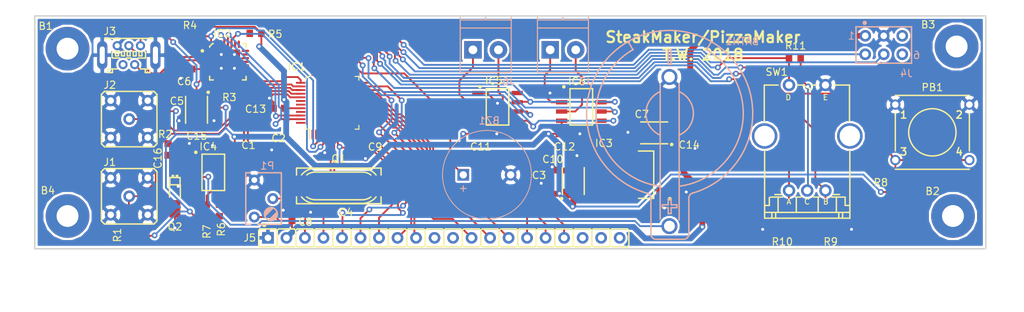
<source format=kicad_pcb>
(kicad_pcb (version 20171130) (host pcbnew "(4.0.0-rc2-5101-gb82bf7c)")
  (layers (0 F.Cu signal) (31 B.Cu signal) (34 B.Paste user) (35 F.Paste user) (36 B.SilkS user) (37 F.SilkS user) (38 B.Mask user) (39 F.Mask user) (44 Edge.Cuts user))
  (net 0 "")
  (net 1 "Net-(C2-Pad1)")
  (net 2 GND)
  (net 3 "Net-(C4-Pad1)")
  (net 4 +3V3)
  (net 5 /BOOT_SEL_N)
  (net 6 /RESET_N)
  (net 7 "Net-(IC2-Pad9)")
  (net 8 /SENSOR2)
  (net 9 /SENSOR1)
  (net 10 "Net-(IC2-Pad1)")
  (net 11 "Net-(IC2-Pad4)")
  (net 12 "Net-(IC2-Pad5)")
  (net 13 "Net-(C6-Pad2)")
  (net 14 "Net-(C5-Pad1)")
  (net 15 "Net-(IC2-Pad10)")
  (net 16 "Net-(IC2-Pad11)")
  (net 17 "Net-(IC2-Pad12)")
  (net 18 "Net-(IC2-Pad13)")
  (net 19 "Net-(IC2-Pad14)")
  (net 20 "Net-(IC2-Pad15)")
  (net 21 "Net-(IC2-Pad16)")
  (net 22 "Net-(IC2-Pad17)")
  (net 23 "Net-(IC2-Pad18)")
  (net 24 "Net-(IC2-Pad19)")
  (net 25 "Net-(IC2-Pad20)")
  (net 26 "Net-(IC2-Pad21)")
  (net 27 "Net-(IC2-Pad22)")
  (net 28 "Net-(IC2-Pad23)")
  (net 29 /CP_RXD)
  (net 30 /CP_TXD)
  (net 31 "Net-(IC2-Pad27)")
  (net 32 "Net-(J3-Pad4)")
  (net 33 /TH_SCK)
  (net 34 /TH_CS1)
  (net 35 /TH_SO)
  (net 36 "Net-(IC5-Pad3)")
  (net 37 "Net-(IC5-Pad2)")
  (net 38 "Net-(IC6-Pad2)")
  (net 39 "Net-(IC6-Pad3)")
  (net 40 /TH_CS2)
  (net 41 "Net-(J5-Pad3)")
  (net 42 +5V)
  (net 43 /ENC_SW)
  (net 44 /SDA)
  (net 45 /SCL)
  (net 46 /ENC_A)
  (net 47 /ENC_B)
  (net 48 "Net-(IC1-Pad45)")
  (net 49 "Net-(IC1-Pad42)")
  (net 50 /LCD_E1)
  (net 51 /LCD_D7)
  (net 52 /LCD_D6)
  (net 53 /LCD_A0)
  (net 54 /LCD_D5)
  (net 55 /LCD_D4)
  (net 56 /TRIAC1)
  (net 57 /LCD_D0)
  (net 58 /LCD_E2)
  (net 59 /LCD_D3)
  (net 60 /LCD_D2)
  (net 61 /TRIAC2)
  (net 62 "Net-(IC1-Pad9)")
  (net 63 /LCD_D1)
  (net 64 "Net-(J4-Pad5)")
  (net 65 "Net-(J4-Pad6)")
  (net 66 "Net-(J5-Pad20)")
  (net 67 "Net-(J5-Pad19)")
  (net 68 "Net-(J5-Pad18)")
  (net 69 /BACK_SW)
  (net 70 "Net-(B2-Pad1)")
  (net 71 "Net-(B4-Pad1)")
  (net 72 "Net-(B3-Pad1)")
  (net 73 "Net-(B1-Pad1)")
  (net 74 "Net-(IC1-Pad2)")
  (net 75 "Net-(IC1-Pad10)")
  (net 76 "Net-(IC1-Pad48)")
  (net 77 "Net-(IC1-Pad43)")
  (net 78 "Net-(IC1-Pad26)")
  (net 79 "Net-(IC1-Pad24)")
  (net 80 "Net-(IC1-Pad1)")
  (net 81 "Net-(IC1-Pad16)")
  (net 82 "Net-(IC1-Pad15)")
  (net 83 "Net-(J5-Pad11)")
  (net 84 "Net-(J5-Pad10)")
  (net 85 "Net-(C15-Pad2)")
  (net 86 "Net-(C16-Pad2)")
  (net 87 "Net-(IC4-Pad7)")
  (net 88 /BATTERY)
  (net 89 /BUZZER)
  (module BATH_KEYSTONE_103 (layer B.Cu) (at 153.4545 104.6295 90)
    (fp_text reference BATH1 (at 9.906 9.9695 180) (layer B.SilkS) (effects (justify mirror)))
    (fp_text value BATH_KEYSTONE_103)
    (pad 2 thru_hole circle (at 5 -0.031 270) (size 2.2 2.2) (drill 1.5) (layers *.Cu *.Mask) (net 2 GND))
    (pad 1 thru_hole circle (at -15.5 -0.031 270) (size 2.2 2.2) (drill 1.5) (layers *.Cu *.Mask) (net 88 /BATTERY))
  )
  (module Buzzer_Beeper:MagneticBuzzer_ProSignal_ABT-410-RC (layer B.Cu) (at 125.1335 113.075)
    (fp_text reference BZ1 (at 3.556 -7.4295) (layer B.SilkS) (effects (justify mirror)))
    (fp_text value Buzzer)
    (fp_text user + (at 0 1.8) (layer B.SilkS) (effects (justify mirror)))
    (pad 1 thru_hole rect (at 0 0) (size 1.6 1.6) (drill 1) (layers *.Cu *.Mask) (net 89 /BUZZER))
    (pad 2 thru_hole circle (at 6.5 0) (size 1.6 1.6) (drill 1) (layers *.Cu *.Mask) (net 2 GND))
  )
  (module XTAL1160X490X430 (layer F.Cu) (at 108.052 114.599)
    (fp_text reference Q1 (at 0 -3.726) (layer F.SilkS))
    (fp_text value XTAL_10MHZ_IQD_LFXTAL003166)
    (pad 1 smd rect (at -4.75 0) (size 5.5 2) (layers F.Cu F.Paste F.Mask) (net 1 "Net-(C2-Pad1)"))
    (pad 2 smd rect (at 4.75 0) (size 5.5 2) (layers F.Cu F.Paste F.Mask) (net 3 "Net-(C4-Pad1)"))
  )
  (module "ICs And Semiconductors SMD:SOIC127P600X175-8N" (layer F.Cu) (at 90.8325 112.735)
    (fp_text reference IC4 (at -0.6875 -3.5335) (layer F.SilkS))
    (fp_text value MCP7940N)
    (pad 5 smd rect (at 2.7 1.905 90) (size 0.6 1.55) (layers F.Cu F.Paste F.Mask) (net 44 /SDA))
    (pad 6 smd rect (at 2.7 0.635 90) (size 0.6 1.55) (layers F.Cu F.Paste F.Mask) (net 45 /SCL))
    (pad 7 smd rect (at 2.7 -0.635 90) (size 0.6 1.55) (layers F.Cu F.Paste F.Mask) (net 87 "Net-(IC4-Pad7)"))
    (pad 8 smd rect (at 2.7 -1.905 90) (size 0.6 1.55) (layers F.Cu F.Paste F.Mask) (net 4 +3V3))
    (pad 4 smd rect (at -2.7 1.905 90) (size 0.6 1.55) (layers F.Cu F.Paste F.Mask) (net 2 GND))
    (pad 3 smd rect (at -2.7 0.635 90) (size 0.6 1.55) (layers F.Cu F.Paste F.Mask) (net 88 /BATTERY))
    (pad 2 smd rect (at -2.7 -0.635 90) (size 0.6 1.55) (layers F.Cu F.Paste F.Mask) (net 86 "Net-(C16-Pad2)"))
    (pad 1 smd rect (at -2.7 -1.905 90) (size 0.6 1.55) (layers F.Cu F.Paste F.Mask) (net 85 "Net-(C15-Pad2)"))
  )
  (module CAPC1608X87N (layer F.Cu) (at 86.208 109.5825 270)
    (fp_text reference C15 (at -1.8415 -2.3495) (layer F.SilkS))
    (fp_text value CC0603_18PF_50V_5%_NP0)
    (pad 2 smd rect (at 0.8 0 270) (size 0.95 1) (layers F.Cu F.Paste F.Mask) (net 85 "Net-(C15-Pad2)"))
    (pad 1 smd rect (at -0.8 0 270) (size 0.95 1) (layers F.Cu F.Paste F.Mask) (net 2 GND))
  )
  (module CAPC1608X87N (layer F.Cu) (at 84.6205 109.5825 270)
    (fp_text reference C16 (at 1.2065 1.397 270) (layer F.SilkS))
    (fp_text value CC0603_18PF_50V_5%_NP0)
    (pad 1 smd rect (at -0.8 0 270) (size 0.95 1) (layers F.Cu F.Paste F.Mask) (net 2 GND))
    (pad 2 smd rect (at 0.8 0 270) (size 0.95 1) (layers F.Cu F.Paste F.Mask) (net 86 "Net-(C16-Pad2)"))
  )
  (module XTAL_MICRO-CRYSTAL_MS3V-T1R (layer F.Cu) (at 85.573 115.2975 180)
    (fp_text reference Q2 (at 0 -4.926 180) (layer F.SilkS))
    (fp_text value XTAL_32.768_KHZ_MICRO-CRYSTAL_MS3V-T1R)
    (pad 1 smd rect (at -0.45 3.1 90) (size 1.1 0.6) (layers F.Cu F.Paste F.Mask) (net 85 "Net-(C15-Pad2)"))
    (pad 2 smd rect (at 0.45 3.1 90) (size 1.1 0.6) (layers F.Cu F.Paste F.Mask) (net 86 "Net-(C16-Pad2)"))
    (pad 3 smd rect (at 0 -2.45 90) (size 2.4 1.5) (layers F.Cu F.Paste F.Mask) (net 2 GND))
  )
  (module MTG300_600 (layer F.Cu) (at 70.8325 95.735)
    (fp_text reference B1 (at -3 -3.1) (layer F.SilkS))
    (fp_text value PLATED_HOLE3.0_PAD6.0)
    (pad 1 thru_hole circle (at 0 0) (size 6 6) (drill 3) (layers *.Cu *.Mask) (net 73 "Net-(B1-Pad1)"))
  )
  (module MTG300_600 (layer F.Cu) (at 192.8325 95.435)
    (fp_text reference B3 (at -3.9 -3) (layer F.SilkS))
    (fp_text value PLATED_HOLE3.0_PAD6.0)
    (pad 1 thru_hole circle (at 0 0) (size 6 6) (drill 3) (layers *.Cu *.Mask) (net 72 "Net-(B3-Pad1)"))
  )
  (module MTG300_600 (layer F.Cu) (at 70.8325 118.735)
    (fp_text reference B4 (at -2.7 -3.5) (layer F.SilkS))
    (fp_text value PLATED_HOLE3.0_PAD6.0)
    (pad 1 thru_hole circle (at 0 0) (size 6 6) (drill 3) (layers *.Cu *.Mask) (net 71 "Net-(B4-Pad1)"))
  )
  (module MTG300_600 (layer F.Cu) (at 192.3325 118.735)
    (fp_text reference B2 (at -2.8 -3.4) (layer F.SilkS))
    (fp_text value PLATED_HOLE3.0_PAD6.0)
    (pad 1 thru_hole circle (at 0 0) (size 6 6) (drill 3) (layers *.Cu *.Mask) (net 70 "Net-(B2-Pad1)"))
  )
  (module "Capacitors SMD:CAPMP3528X210N" (layer F.Cu) (at 88.5325 104.135 270)
    (fp_text reference C5 (at -1.2 2.7) (layer F.SilkS))
    (fp_text value CTE3528-21_22UF_10V_10%_LESR0700)
    (pad 1 smd rect (at -1.45 0 270) (size 1.8 2.25) (layers F.Cu F.Paste F.Mask) (net 14 "Net-(C5-Pad1)"))
    (pad 2 smd rect (at 1.45 0 270) (size 1.8 2.25) (layers F.Cu F.Paste F.Mask) (net 2 GND))
  )
  (module "Capacitors SMD:CAPMP3528X210N" (layer F.Cu) (at 151.3325 107.305 180)
    (fp_text reference C7 (at 1.7 2.57 180) (layer F.SilkS))
    (fp_text value CTE3528-21_22UF_10V_10%_LESR0700)
    (pad 2 smd rect (at 1.45 0 180) (size 1.8 2.25) (layers F.Cu F.Paste F.Mask) (net 2 GND))
    (pad 1 smd rect (at -1.45 0 180) (size 1.8 2.25) (layers F.Cu F.Paste F.Mask) (net 42 +5V))
  )
  (module "Capacitors SMD:CAPMP3528X210N" (layer F.Cu) (at 140.2325 113.935 90)
    (fp_text reference C10 (at 3 -2.8 180) (layer F.SilkS))
    (fp_text value CTE3528-21_22UF_10V_10%_LESR0700)
    (pad 1 smd rect (at -1.45 0 90) (size 1.8 2.25) (layers F.Cu F.Paste F.Mask) (net 4 +3V3))
    (pad 2 smd rect (at 1.45 0 90) (size 1.8 2.25) (layers F.Cu F.Paste F.Mask) (net 2 GND))
  )
  (module "ICs And Semiconductors SMD:QFN50P500X500X100-29N-S335" (layer F.Cu) (at 92.8325 97.535)
    (fp_text reference IC2 (at -0.8 -3.9) (layer F.SilkS))
    (fp_text value CP2102-GM)
    (pad 1 smd roundrect (at -2.4 -1.5) (size 1.05 0.3) (layers F.Cu F.Paste F.Mask) (roundrect_rratio 0.5) (net 10 "Net-(IC2-Pad1)"))
    (pad 2 smd roundrect (at -2.4 -1) (size 1.05 0.3) (layers F.Cu F.Paste F.Mask) (roundrect_rratio 0.5) (net 4 +3V3))
    (pad 3 smd roundrect (at -2.4 -0.5) (size 1.05 0.3) (layers F.Cu F.Paste F.Mask) (roundrect_rratio 0.5) (net 2 GND))
    (pad 4 smd roundrect (at -2.4 0) (size 1.05 0.3) (layers F.Cu F.Paste F.Mask) (roundrect_rratio 0.5) (net 11 "Net-(IC2-Pad4)"))
    (pad 5 smd roundrect (at -2.4 0.5) (size 1.05 0.3) (layers F.Cu F.Paste F.Mask) (roundrect_rratio 0.5) (net 12 "Net-(IC2-Pad5)"))
    (pad 6 smd roundrect (at -2.4 1) (size 1.05 0.3) (layers F.Cu F.Paste F.Mask) (roundrect_rratio 0.5) (net 13 "Net-(C6-Pad2)"))
    (pad 7 smd roundrect (at -2.4 1.5) (size 1.05 0.3) (layers F.Cu F.Paste F.Mask) (roundrect_rratio 0.5) (net 14 "Net-(C5-Pad1)"))
    (pad 8 smd roundrect (at -1.5 2.4 90) (size 1.05 0.3) (layers F.Cu F.Paste F.Mask) (roundrect_rratio 0.5) (net 14 "Net-(C5-Pad1)"))
    (pad 9 smd roundrect (at -1 2.4 90) (size 1.05 0.3) (layers F.Cu F.Paste F.Mask) (roundrect_rratio 0.5) (net 7 "Net-(IC2-Pad9)"))
    (pad 10 smd roundrect (at -0.5 2.4 90) (size 1.05 0.3) (layers F.Cu F.Paste F.Mask) (roundrect_rratio 0.5) (net 15 "Net-(IC2-Pad10)"))
    (pad 11 smd roundrect (at 0 2.4 90) (size 1.05 0.3) (layers F.Cu F.Paste F.Mask) (roundrect_rratio 0.5) (net 16 "Net-(IC2-Pad11)"))
    (pad 12 smd roundrect (at 0.5 2.4 90) (size 1.05 0.3) (layers F.Cu F.Paste F.Mask) (roundrect_rratio 0.5) (net 17 "Net-(IC2-Pad12)"))
    (pad 13 smd roundrect (at 1 2.4 90) (size 1.05 0.3) (layers F.Cu F.Paste F.Mask) (roundrect_rratio 0.5) (net 18 "Net-(IC2-Pad13)"))
    (pad 14 smd roundrect (at 1.5 2.4 90) (size 1.05 0.3) (layers F.Cu F.Paste F.Mask) (roundrect_rratio 0.5) (net 19 "Net-(IC2-Pad14)"))
    (pad 15 smd roundrect (at 2.4 1.5) (size 1.05 0.3) (layers F.Cu F.Paste F.Mask) (roundrect_rratio 0.5) (net 20 "Net-(IC2-Pad15)"))
    (pad 16 smd roundrect (at 2.4 1) (size 1.05 0.3) (layers F.Cu F.Paste F.Mask) (roundrect_rratio 0.5) (net 21 "Net-(IC2-Pad16)"))
    (pad 17 smd roundrect (at 2.4 0.5) (size 1.05 0.3) (layers F.Cu F.Paste F.Mask) (roundrect_rratio 0.5) (net 22 "Net-(IC2-Pad17)"))
    (pad 18 smd roundrect (at 2.4 0) (size 1.05 0.3) (layers F.Cu F.Paste F.Mask) (roundrect_rratio 0.5) (net 23 "Net-(IC2-Pad18)"))
    (pad 19 smd roundrect (at 2.4 -0.5) (size 1.05 0.3) (layers F.Cu F.Paste F.Mask) (roundrect_rratio 0.5) (net 24 "Net-(IC2-Pad19)"))
    (pad 20 smd roundrect (at 2.4 -1) (size 1.05 0.3) (layers F.Cu F.Paste F.Mask) (roundrect_rratio 0.5) (net 25 "Net-(IC2-Pad20)"))
    (pad 21 smd roundrect (at 2.4 -1.5) (size 1.05 0.3) (layers F.Cu F.Paste F.Mask) (roundrect_rratio 0.5) (net 26 "Net-(IC2-Pad21)"))
    (pad 22 smd roundrect (at 1.5 -2.4 90) (size 1.05 0.3) (layers F.Cu F.Paste F.Mask) (roundrect_rratio 0.5) (net 27 "Net-(IC2-Pad22)"))
    (pad 23 smd roundrect (at 1 -2.4 90) (size 1.05 0.3) (layers F.Cu F.Paste F.Mask) (roundrect_rratio 0.5) (net 28 "Net-(IC2-Pad23)"))
    (pad 24 smd roundrect (at 0.5 -2.4 90) (size 1.05 0.3) (layers F.Cu F.Paste F.Mask) (roundrect_rratio 0.5) (net 5 /BOOT_SEL_N))
    (pad 25 smd roundrect (at 0 -2.4 90) (size 1.05 0.3) (layers F.Cu F.Paste F.Mask) (roundrect_rratio 0.5) (net 29 /CP_RXD))
    (pad 26 smd roundrect (at -0.5 -2.4 90) (size 1.05 0.3) (layers F.Cu F.Paste F.Mask) (roundrect_rratio 0.5) (net 30 /CP_TXD))
    (pad 27 smd roundrect (at -1 -2.4 90) (size 1.05 0.3) (layers F.Cu F.Paste F.Mask) (roundrect_rratio 0.5) (net 31 "Net-(IC2-Pad27)"))
    (pad 28 smd roundrect (at -1.5 -2.4 90) (size 1.05 0.3) (layers F.Cu F.Paste F.Mask) (roundrect_rratio 0.5) (net 6 /RESET_N))
    (pad 29 smd rect (at 0 0) (size 3.35 3.35) (layers F.Cu F.Paste F.Mask) (net 2 GND))
  )
  (module "ICs And Semiconductors SMD:TO228P972X240-3N-R540X510" (layer F.Cu) (at 148.3225 113.055 180)
    (fp_text reference IC3 (at 3.89 4.32 180) (layer F.SilkS))
    (fp_text value LD1117DT33TR)
    (pad 1 smd rect (at -4.35 -2.28 180) (size 2.1 1) (layers F.Cu F.Paste F.Mask) (net 2 GND))
    (pad 2 smd rect (at -4.35 2.28 180) (size 2.1 1) (layers F.Cu F.Paste F.Mask) (net 42 +5V))
    (pad 3 smd rect (at 2.45 0 180) (size 5.85 5.5) (layers F.Cu F.Paste F.Mask) (net 4 +3V3))
  )
  (module Switches:PB_MULTIMEC_3ETL9-11.0 (layer F.Cu) (at 189.5025 107.235)
    (fp_text reference PB1 (at 0 -6.181) (layer F.SilkS))
    (fp_text value PB_MULTIMEC_3ETL9-11.0)
    (fp_text user 2 (at 3.678 -2.405) (layer F.SilkS) (effects (font (thickness 0.2))))
    (fp_text user 4 (at 3.677 2.675) (layer F.SilkS) (effects (font (thickness 0.2))))
    (fp_text user 3 (at -3.942 2.675) (layer F.SilkS) (effects (font (thickness 0.2))))
    (fp_text user 1 (at -3.939 -2.405) (layer F.SilkS) (effects (font (thickness 0.2))))
    (pad 4 thru_hole circle (at 5.08 3.81) (size 1.4 1.4) (drill 0.9) (layers *.Cu *.Mask) (net 69 /BACK_SW))
    (pad 3 thru_hole circle (at -5.08 3.81) (size 1.4 1.4) (drill 0.9) (layers *.Cu *.Mask) (net 69 /BACK_SW))
    (pad 2 thru_hole circle (at 5.08 -3.81) (size 1.4 1.4) (drill 0.9) (layers *.Cu *.Mask) (net 2 GND))
    (pad 1 thru_hole circle (at -5.08 -3.81) (size 1.4 1.4) (drill 0.9) (layers *.Cu *.Mask) (net 2 GND))
  )
  (module steak_maker:SW_ALPS_EC11E (layer F.Cu) (at 169.8325 115.235)
    (fp_text reference SW1 (at -1.7 -16.3) (layer F.SilkS))
    (fp_text value SW_ALPS_EC11B15242AE)
    (fp_text user A (at -0.014 1.525) (layer F.SilkS) (effects (font (size 0.75 0.75) (thickness 0.125))))
    (fp_text user B (at 5.05 1.525) (layer F.SilkS) (effects (font (size 0.75 0.75) (thickness 0.125))))
    (fp_text user C (at 2.468 1.525) (layer F.SilkS) (effects (font (size 0.75 0.75) (thickness 0.125))))
    (fp_text user D (at -0.1 -12.8) (layer F.SilkS) (effects (font (size 0.75 0.75) (thickness 0.125))))
    (fp_text user E (at 5 -12.8) (layer F.SilkS) (effects (font (size 0.75 0.75) (thickness 0.125))))
    (pad 4 thru_hole circle (at 0 -14.5) (size 1.7 1.7) (drill 1) (layers *.Cu *.Mask) (net 43 /ENC_SW))
    (pad 1 thru_hole circle (at 0 0) (size 1.7 1.7) (drill 1) (layers *.Cu *.Mask) (net 46 /ENC_A))
    (pad 3 thru_hole circle (at 2.5 0) (size 1.7 1.7) (drill 1) (layers *.Cu *.Mask) (net 4 +3V3))
    (pad 2 thru_hole circle (at 5 0) (size 1.7 1.7) (drill 1) (layers *.Cu *.Mask) (net 47 /ENC_B))
    (pad 5 thru_hole circle (at 5 -14.5) (size 1.7 1.7) (drill 1) (layers *.Cu *.Mask) (net 2 GND))
    (pad P2 thru_hole circle (at 8.35 -7.5) (size 3.5 3.5) (drill 2.8) (layers *.Cu *.Mask))
    (pad P1 thru_hole circle (at -3.35 -7.5) (size 3.5 3.5) (drill 2.8) (layers *.Cu *.Mask))
  )
  (module "COMATEL THD:COMATEL_385.0334.1.20.400" (layer F.Cu) (at 98.3325 121.735)
    (fp_text reference J5 (at -2.5 0) (layer F.SilkS))
    (fp_text value LCD)
    (pad 20 thru_hole circle (at 48.26 0) (size 1.6 1.6) (drill 0.9) (layers *.Cu *.Mask) (net 66 "Net-(J5-Pad20)"))
    (pad 19 thru_hole circle (at 45.72 0) (size 1.6 1.6) (drill 0.9) (layers *.Cu *.Mask) (net 67 "Net-(J5-Pad19)"))
    (pad 18 thru_hole circle (at 43.18 0) (size 1.6 1.6) (drill 0.9) (layers *.Cu *.Mask) (net 68 "Net-(J5-Pad18)"))
    (pad 17 thru_hole circle (at 40.64 0) (size 1.6 1.6) (drill 0.9) (layers *.Cu *.Mask) (net 51 /LCD_D7))
    (pad 16 thru_hole circle (at 38.1 0) (size 1.6 1.6) (drill 0.9) (layers *.Cu *.Mask) (net 52 /LCD_D6))
    (pad 15 thru_hole circle (at 35.56 0) (size 1.6 1.6) (drill 0.9) (layers *.Cu *.Mask) (net 54 /LCD_D5))
    (pad 14 thru_hole circle (at 33.02 0) (size 1.6 1.6) (drill 0.9) (layers *.Cu *.Mask) (net 55 /LCD_D4))
    (pad 13 thru_hole circle (at 30.48 0) (size 1.6 1.6) (drill 0.9) (layers *.Cu *.Mask) (net 59 /LCD_D3))
    (pad 12 thru_hole circle (at 27.94 0) (size 1.6 1.6) (drill 0.9) (layers *.Cu *.Mask) (net 60 /LCD_D2))
    (pad 11 thru_hole circle (at 25.4 0) (size 1.6 1.6) (drill 0.9) (layers *.Cu *.Mask) (net 83 "Net-(J5-Pad11)"))
    (pad 10 thru_hole circle (at 22.86 0) (size 1.6 1.6) (drill 0.9) (layers *.Cu *.Mask) (net 84 "Net-(J5-Pad10)"))
    (pad 9 thru_hole circle (at 20.32 0) (size 1.6 1.6) (drill 0.9) (layers *.Cu *.Mask) (net 63 /LCD_D1))
    (pad 8 thru_hole circle (at 17.78 0) (size 1.6 1.6) (drill 0.9) (layers *.Cu *.Mask) (net 57 /LCD_D0))
    (pad 7 thru_hole circle (at 15.24 0) (size 1.6 1.6) (drill 0.9) (layers *.Cu *.Mask) (net 58 /LCD_E2))
    (pad 6 thru_hole circle (at 12.7 0) (size 1.6 1.6) (drill 0.9) (layers *.Cu *.Mask) (net 50 /LCD_E1))
    (pad 5 thru_hole circle (at 10.16 0) (size 1.6 1.6) (drill 0.9) (layers *.Cu *.Mask) (net 53 /LCD_A0))
    (pad 4 thru_hole circle (at 7.62 0) (size 1.6 1.6) (drill 0.9) (layers *.Cu *.Mask) (net 2 GND))
    (pad 3 thru_hole circle (at 5.08 0) (size 1.6 1.6) (drill 0.9) (layers *.Cu *.Mask) (net 41 "Net-(J5-Pad3)"))
    (pad 2 thru_hole circle (at 2.54 0) (size 1.6 1.6) (drill 0.9) (layers *.Cu *.Mask) (net 42 +5V))
    (pad 1 thru_hole rect (at 0 0) (size 1.6 1.6) (drill 0.9) (layers *.Cu *.Mask) (net 2 GND))
  )
  (module "COMATEL THD:COMATEL_389.0358.1.06.400" (layer B.Cu) (at 182.8325 95.235)
    (fp_text reference J4 (at 3.1 3.9) (layer B.SilkS) (effects (justify mirror)))
    (fp_text value CONN_02X03)
    (fp_text user 6 (at 4.505 1.397) (layer B.SilkS) (effects (font (size 1.016 1.016) (thickness 0.127)) (justify mirror)))
    (fp_text user 1 (at -4.451 -1.27) (layer B.SilkS) (effects (font (size 1.016 1.016) (thickness 0.127)) (justify mirror)))
    (pad 5 thru_hole circle (at 2.54 -1.27 270) (size 1.6 1.6) (drill 0.9) (layers *.Cu *.Mask) (net 64 "Net-(J4-Pad5)"))
    (pad 6 thru_hole circle (at 2.54 1.27 270) (size 1.6 1.6) (drill 0.9) (layers *.Cu *.Mask) (net 65 "Net-(J4-Pad6)"))
    (pad 4 thru_hole circle (at 0 1.27 270) (size 1.6 1.6) (drill 0.9) (layers *.Cu *.Mask) (net 61 /TRIAC2))
    (pad 3 thru_hole circle (at 0 -1.27) (size 1.6 1.6) (drill 0.9) (layers *.Cu *.Mask) (net 2 GND))
    (pad 2 thru_hole circle (at -2.54 1.27) (size 1.6 1.6) (drill 0.9) (layers *.Cu *.Mask) (net 56 /TRIAC1))
    (pad 1 thru_hole circle (at -2.54 -1.27) (size 1.6 1.6) (drill 0.9) (layers *.Cu *.Mask) (net 42 +5V))
  )
  (module Connectors_Terminal_Blocks:TerminalBlock_Pheonix_PT-3.5mm_2pol (layer B.Cu) (at 137.0625 95.895)
    (fp_text reference J7 (at 4.87 4.34) (layer B.SilkS) (effects (justify mirror)))
    (fp_text value CONN_01X02)
    (pad 2 thru_hole circle (at 3.5 0) (size 2.4 2.4) (drill 1.2) (layers *.Cu *.Mask) (net 39 "Net-(IC6-Pad3)"))
    (pad 1 thru_hole rect (at 0 0) (size 2.4 2.4) (drill 1.2) (layers *.Cu *.Mask) (net 38 "Net-(IC6-Pad2)"))
  )
  (module Connectors_Terminal_Blocks:TerminalBlock_Pheonix_PT-3.5mm_2pol (layer B.Cu) (at 126.4625 95.895)
    (fp_text reference J6 (at 4.87 4.34) (layer B.SilkS) (effects (justify mirror)))
    (fp_text value CONN_01X02)
    (pad 1 thru_hole rect (at 0 0) (size 2.4 2.4) (drill 1.2) (layers *.Cu *.Mask) (net 37 "Net-(IC5-Pad2)"))
    (pad 2 thru_hole circle (at 3.5 0) (size 2.4 2.4) (drill 1.2) (layers *.Cu *.Mask) (net 36 "Net-(IC5-Pad3)"))
  )
  (module Housings_QFP:LQFP-48_7x7mm_Pitch0.5mm (layer F.Cu) (at 107.1825 103.175 90)
    (fp_text reference IC1 (at 4.959 -4.909 180) (layer F.SilkS))
    (fp_text value LPC1114FBD48-301)
    (pad 48 smd rect (at -2.75 -4.35 180) (size 1.3 0.25) (layers F.Cu F.Paste F.Mask) (net 76 "Net-(IC1-Pad48)"))
    (pad 47 smd rect (at -2.25 -4.35 180) (size 1.3 0.25) (layers F.Cu F.Paste F.Mask) (net 29 /CP_RXD))
    (pad 46 smd rect (at -1.75 -4.35 180) (size 1.3 0.25) (layers F.Cu F.Paste F.Mask) (net 30 /CP_TXD))
    (pad 45 smd rect (at -1.25 -4.35 180) (size 1.3 0.25) (layers F.Cu F.Paste F.Mask) (net 48 "Net-(IC1-Pad45)"))
    (pad 44 smd rect (at -0.75 -4.35 180) (size 1.3 0.25) (layers F.Cu F.Paste F.Mask) (net 4 +3V3))
    (pad 43 smd rect (at -0.25 -4.35 180) (size 1.3 0.25) (layers F.Cu F.Paste F.Mask) (net 77 "Net-(IC1-Pad43)"))
    (pad 42 smd rect (at 0.25 -4.35 180) (size 1.3 0.25) (layers F.Cu F.Paste F.Mask) (net 49 "Net-(IC1-Pad42)"))
    (pad 41 smd rect (at 0.75 -4.35 180) (size 1.3 0.25) (layers F.Cu F.Paste F.Mask) (net 2 GND))
    (pad 40 smd rect (at 1.25 -4.35 180) (size 1.3 0.25) (layers F.Cu F.Paste F.Mask) (net 44 /SDA))
    (pad 39 smd rect (at 1.75 -4.35 180) (size 1.3 0.25) (layers F.Cu F.Paste F.Mask) (net 45 /SCL))
    (pad 38 smd rect (at 2.25 -4.35 180) (size 1.3 0.25) (layers F.Cu F.Paste F.Mask) (net 9 /SENSOR1))
    (pad 37 smd rect (at 2.75 -4.35 180) (size 1.3 0.25) (layers F.Cu F.Paste F.Mask) (net 8 /SENSOR2))
    (pad 36 smd rect (at 4.35 -2.75 90) (size 1.3 0.25) (layers F.Cu F.Paste F.Mask) (net 56 /TRIAC1))
    (pad 35 smd rect (at 4.35 -2.25 90) (size 1.3 0.25) (layers F.Cu F.Paste F.Mask) (net 61 /TRIAC2))
    (pad 34 smd rect (at 4.35 -1.75 90) (size 1.3 0.25) (layers F.Cu F.Paste F.Mask) (net 43 /ENC_SW))
    (pad 33 smd rect (at 4.35 -1.25 90) (size 1.3 0.25) (layers F.Cu F.Paste F.Mask) (net 69 /BACK_SW))
    (pad 32 smd rect (at 4.35 -0.75 90) (size 1.3 0.25) (layers F.Cu F.Paste F.Mask) (net 47 /ENC_B))
    (pad 31 smd rect (at 4.35 -0.25 90) (size 1.3 0.25) (layers F.Cu F.Paste F.Mask) (net 46 /ENC_A))
    (pad 30 smd rect (at 4.35 0.25 90) (size 1.3 0.25) (layers F.Cu F.Paste F.Mask) (net 35 /TH_SO))
    (pad 29 smd rect (at 4.35 0.75 90) (size 1.3 0.25) (layers F.Cu F.Paste F.Mask) (net 40 /TH_CS2))
    (pad 28 smd rect (at 4.35 1.25 90) (size 1.3 0.25) (layers F.Cu F.Paste F.Mask) (net 34 /TH_CS1))
    (pad 27 smd rect (at 4.35 1.75 90) (size 1.3 0.25) (layers F.Cu F.Paste F.Mask) (net 33 /TH_SCK))
    (pad 26 smd rect (at 4.35 2.25 90) (size 1.3 0.25) (layers F.Cu F.Paste F.Mask) (net 78 "Net-(IC1-Pad26)"))
    (pad 25 smd rect (at 4.35 2.75 90) (size 1.3 0.25) (layers F.Cu F.Paste F.Mask) (net 89 /BUZZER))
    (pad 24 smd rect (at 2.75 4.35 180) (size 1.3 0.25) (layers F.Cu F.Paste F.Mask) (net 79 "Net-(IC1-Pad24)"))
    (pad 23 smd rect (at 2.25 4.35 180) (size 1.3 0.25) (layers F.Cu F.Paste F.Mask) (net 60 /LCD_D2))
    (pad 22 smd rect (at 1.75 4.35 180) (size 1.3 0.25) (layers F.Cu F.Paste F.Mask) (net 57 /LCD_D0))
    (pad 21 smd rect (at 1.25 4.35 180) (size 1.3 0.25) (layers F.Cu F.Paste F.Mask) (net 51 /LCD_D7))
    (pad 20 smd rect (at 0.75 4.35 180) (size 1.3 0.25) (layers F.Cu F.Paste F.Mask) (net 52 /LCD_D6))
    (pad 19 smd rect (at 0.25 4.35 180) (size 1.3 0.25) (layers F.Cu F.Paste F.Mask) (net 54 /LCD_D5))
    (pad 18 smd rect (at -0.25 4.35 180) (size 1.3 0.25) (layers F.Cu F.Paste F.Mask) (net 55 /LCD_D4))
    (pad 17 smd rect (at -0.75 4.35 180) (size 1.3 0.25) (layers F.Cu F.Paste F.Mask) (net 59 /LCD_D3))
    (pad 16 smd rect (at -1.25 4.35 180) (size 1.3 0.25) (layers F.Cu F.Paste F.Mask) (net 81 "Net-(IC1-Pad16)"))
    (pad 15 smd rect (at -1.75 4.35 180) (size 1.3 0.25) (layers F.Cu F.Paste F.Mask) (net 82 "Net-(IC1-Pad15)"))
    (pad 14 smd rect (at -2.25 4.35 180) (size 1.3 0.25) (layers F.Cu F.Paste F.Mask) (net 63 /LCD_D1))
    (pad 13 smd rect (at -2.75 4.35 180) (size 1.3 0.25) (layers F.Cu F.Paste F.Mask) (net 50 /LCD_E1))
    (pad 12 smd rect (at -4.35 2.75 90) (size 1.3 0.25) (layers F.Cu F.Paste F.Mask) (net 53 /LCD_A0))
    (pad 11 smd rect (at -4.35 2.25 90) (size 1.3 0.25) (layers F.Cu F.Paste F.Mask) (net 58 /LCD_E2))
    (pad 10 smd rect (at -4.35 1.75 90) (size 1.3 0.25) (layers F.Cu F.Paste F.Mask) (net 75 "Net-(IC1-Pad10)"))
    (pad 9 smd rect (at -4.35 1.25 90) (size 1.3 0.25) (layers F.Cu F.Paste F.Mask) (net 62 "Net-(IC1-Pad9)"))
    (pad 8 smd rect (at -4.35 0.75 90) (size 1.3 0.25) (layers F.Cu F.Paste F.Mask) (net 4 +3V3))
    (pad 7 smd rect (at -4.35 0.25 90) (size 1.3 0.25) (layers F.Cu F.Paste F.Mask) (net 3 "Net-(C4-Pad1)"))
    (pad 6 smd rect (at -4.35 -0.25 90) (size 1.3 0.25) (layers F.Cu F.Paste F.Mask) (net 1 "Net-(C2-Pad1)"))
    (pad 5 smd rect (at -4.35 -0.75 90) (size 1.3 0.25) (layers F.Cu F.Paste F.Mask) (net 2 GND))
    (pad 4 smd rect (at -4.35 -1.25 90) (size 1.3 0.25) (layers F.Cu F.Paste F.Mask) (net 5 /BOOT_SEL_N))
    (pad 3 smd rect (at -4.35 -1.75 90) (size 1.3 0.25) (layers F.Cu F.Paste F.Mask) (net 6 /RESET_N))
    (pad 2 smd rect (at -4.35 -2.25 90) (size 1.3 0.25) (layers F.Cu F.Paste F.Mask) (net 74 "Net-(IC1-Pad2)"))
    (pad 1 smd rect (at -4.35 -2.75 90) (size 1.3 0.25) (layers F.Cu F.Paste F.Mask) (net 80 "Net-(IC1-Pad1)"))
  )
  (module CAPC1608X90N (layer F.Cu) (at 156.1325 110.735)
    (fp_text reference C14 (at 0 -1.776) (layer F.SilkS))
    (fp_text value CC0603_100NF_100V_10%_X7R)
    (pad 2 smd rect (at 0.75 0) (size 0.95 0.95) (layers F.Cu F.Paste F.Mask) (net 2 GND))
    (pad 1 smd rect (at -0.75 0) (size 0.95 0.95) (layers F.Cu F.Paste F.Mask) (net 42 +5V))
  )
  (module CAPC1608X90N (layer F.Cu) (at 99.8325 103.935 180)
    (fp_text reference C13 (at 3.2 -0.1 180) (layer F.SilkS))
    (fp_text value CC0603_100NF_100V_10%_X7R)
    (pad 1 smd rect (at -0.75 0 180) (size 0.95 0.95) (layers F.Cu F.Paste F.Mask) (net 4 +3V3))
    (pad 2 smd rect (at 0.75 0 180) (size 0.95 0.95) (layers F.Cu F.Paste F.Mask) (net 2 GND))
  )
  (module CAPC1608X90N (layer F.Cu) (at 139.0325 107.435 180)
    (fp_text reference C12 (at 0 -1.776 180) (layer F.SilkS))
    (fp_text value CC0603_100NF_100V_10%_X7R)
    (pad 2 smd rect (at 0.75 0 180) (size 0.95 0.95) (layers F.Cu F.Paste F.Mask) (net 4 +3V3))
    (pad 1 smd rect (at -0.75 0 180) (size 0.95 0.95) (layers F.Cu F.Paste F.Mask) (net 2 GND))
  )
  (module CAPC1608X90N (layer F.Cu) (at 127.5325 107.435 180)
    (fp_text reference C11 (at 0 -1.776 180) (layer F.SilkS))
    (fp_text value CC0603_100NF_100V_10%_X7R)
    (pad 1 smd rect (at -0.75 0 180) (size 0.95 0.95) (layers F.Cu F.Paste F.Mask) (net 2 GND))
    (pad 2 smd rect (at 0.75 0 180) (size 0.95 0.95) (layers F.Cu F.Paste F.Mask) (net 4 +3V3))
  )
  (module RESC1608X55N (layer F.Cu) (at 170.6325 97.035 180)
    (fp_text reference R11 (at -0.1 1.7 180) (layer F.SilkS))
    (fp_text value R0603_10K_1%_0.1W_100PPM)
    (pad 1 smd rect (at -0.8 0 180) (size 0.9 1) (layers F.Cu F.Paste F.Mask) (net 4 +3V3))
    (pad 2 smd rect (at 0.8 0 180) (size 0.9 1) (layers F.Cu F.Paste F.Mask) (net 43 /ENC_SW))
  )
  (module RESC1608X55N (layer F.Cu) (at 169.012 120.568)
    (fp_text reference R10 (at -0.1 1.7) (layer F.SilkS))
    (fp_text value R0603_10K_1%_0.1W_100PPM)
    (pad 2 smd rect (at 0.8 0) (size 0.9 1) (layers F.Cu F.Paste F.Mask) (net 46 /ENC_A))
    (pad 1 smd rect (at -0.8 0) (size 0.9 1) (layers F.Cu F.Paste F.Mask) (net 2 GND))
  )
  (module RESC1608X55N (layer F.Cu) (at 184.4325 114.635 90)
    (fp_text reference R8 (at 0.5 -2 180) (layer F.SilkS))
    (fp_text value R0603_10K_1%_0.1W_100PPM)
    (pad 1 smd rect (at -0.8 0 90) (size 0.9 1) (layers F.Cu F.Paste F.Mask) (net 4 +3V3))
    (pad 2 smd rect (at 0.8 0 90) (size 0.9 1) (layers F.Cu F.Paste F.Mask) (net 69 /BACK_SW))
  )
  (module RESC1608X55N (layer F.Cu) (at 89.891 117.9645 90)
    (fp_text reference R7 (at -2.921 0.0635 270) (layer F.SilkS))
    (fp_text value R0603_10K_1%_0.1W_100PPM)
    (pad 2 smd rect (at 0.8 0 90) (size 0.9 1) (layers F.Cu F.Paste F.Mask) (net 45 /SCL))
    (pad 1 smd rect (at -0.8 0 90) (size 0.9 1) (layers F.Cu F.Paste F.Mask) (net 4 +3V3))
  )
  (module RESC1608X55N (layer F.Cu) (at 91.669 117.9645 90)
    (fp_text reference R6 (at -2.6035 0.254 270) (layer F.SilkS))
    (fp_text value R0603_10K_1%_0.1W_100PPM)
    (pad 1 smd rect (at -0.8 0 90) (size 0.9 1) (layers F.Cu F.Paste F.Mask) (net 4 +3V3))
    (pad 2 smd rect (at 0.8 0 90) (size 0.9 1) (layers F.Cu F.Paste F.Mask) (net 44 /SDA))
  )
  (module RESC1608X55N (layer F.Cu) (at 175.5525 120.568 180)
    (fp_text reference R9 (at 0 -1.7 180) (layer F.SilkS))
    (fp_text value R0603_10K_1%_0.1W_100PPM)
    (pad 2 smd rect (at 0.8 0 180) (size 0.9 1) (layers F.Cu F.Paste F.Mask) (net 47 /ENC_B))
    (pad 1 smd rect (at -0.8 0 180) (size 0.9 1) (layers F.Cu F.Paste F.Mask) (net 2 GND))
  )
  (module TRIM_BOURNS_3266W (layer B.Cu) (at 97.7325 116.335 90)
    (fp_text reference P1 (at 4.5 0.5 180) (layer B.SilkS) (effects (justify mirror)))
    (fp_text value TRIM_12T_10K_BOURNS_3266W-1-103LF)
    (pad 3 thru_hole circle (at 2.54 -1.27 90) (size 1.5 1.5) (drill 0.8) (layers *.Cu *.Mask) (net 2 GND))
    (pad 2 thru_hole circle (at 0 1.27 90) (size 1.5 1.5) (drill 0.8) (layers *.Cu *.Mask) (net 41 "Net-(J5-Pad3)"))
    (pad 1 thru_hole circle (at -2.54 -1.27 90) (size 1.5 1.5) (drill 0.8) (layers *.Cu *.Mask) (net 42 +5V))
  )
  (module "ICs And Semiconductors SMD:SOIC127P600X175-8N" (layer F.Cu) (at 141.3325 103.735)
    (fp_text reference IC6 (at -0.6 -3.5) (layer F.SilkS))
    (fp_text value MAX31855)
    (pad 1 smd rect (at -2.7 -1.905 90) (size 0.6 1.55) (layers F.Cu F.Paste F.Mask) (net 2 GND))
    (pad 2 smd rect (at -2.7 -0.635 90) (size 0.6 1.55) (layers F.Cu F.Paste F.Mask) (net 38 "Net-(IC6-Pad2)"))
    (pad 3 smd rect (at -2.7 0.635 90) (size 0.6 1.55) (layers F.Cu F.Paste F.Mask) (net 39 "Net-(IC6-Pad3)"))
    (pad 4 smd rect (at -2.7 1.905 90) (size 0.6 1.55) (layers F.Cu F.Paste F.Mask) (net 4 +3V3))
    (pad 8 smd rect (at 2.7 -1.905 90) (size 0.6 1.55) (layers F.Cu F.Paste F.Mask))
    (pad 7 smd rect (at 2.7 -0.635 90) (size 0.6 1.55) (layers F.Cu F.Paste F.Mask) (net 35 /TH_SO))
    (pad 6 smd rect (at 2.7 0.635 90) (size 0.6 1.55) (layers F.Cu F.Paste F.Mask) (net 40 /TH_CS2))
    (pad 5 smd rect (at 2.7 1.905 90) (size 0.6 1.55) (layers F.Cu F.Paste F.Mask) (net 33 /TH_SCK))
  )
  (module "ICs And Semiconductors SMD:SOIC127P600X175-8N" (layer F.Cu) (at 129.8325 103.735)
    (fp_text reference IC5 (at -0.5 -3.6) (layer F.SilkS))
    (fp_text value MAX31855)
    (pad 5 smd rect (at 2.7 1.905 90) (size 0.6 1.55) (layers F.Cu F.Paste F.Mask) (net 33 /TH_SCK))
    (pad 6 smd rect (at 2.7 0.635 90) (size 0.6 1.55) (layers F.Cu F.Paste F.Mask) (net 34 /TH_CS1))
    (pad 7 smd rect (at 2.7 -0.635 90) (size 0.6 1.55) (layers F.Cu F.Paste F.Mask) (net 35 /TH_SO))
    (pad 8 smd rect (at 2.7 -1.905 90) (size 0.6 1.55) (layers F.Cu F.Paste F.Mask))
    (pad 4 smd rect (at -2.7 1.905 90) (size 0.6 1.55) (layers F.Cu F.Paste F.Mask) (net 4 +3V3))
    (pad 3 smd rect (at -2.7 0.635 90) (size 0.6 1.55) (layers F.Cu F.Paste F.Mask) (net 36 "Net-(IC5-Pad3)"))
    (pad 2 smd rect (at -2.7 -0.635 90) (size 0.6 1.55) (layers F.Cu F.Paste F.Mask) (net 37 "Net-(IC5-Pad2)"))
    (pad 1 smd rect (at -2.7 -1.905 90) (size 0.6 1.55) (layers F.Cu F.Paste F.Mask) (net 2 GND))
  )
  (module CAPC1608X87N (layer F.Cu) (at 100.432 110.4715 90)
    (fp_text reference C2 (at 2.413 -0.635 180) (layer F.SilkS))
    (fp_text value CC0603_18PF_50V_5%_NP0)
    (pad 2 smd rect (at 0.8 0 90) (size 0.95 1) (layers F.Cu F.Paste F.Mask) (net 2 GND))
    (pad 1 smd rect (at -0.8 0 90) (size 0.95 1) (layers F.Cu F.Paste F.Mask) (net 1 "Net-(C2-Pad1)"))
  )
  (module CAPC1608X87N (layer F.Cu) (at 106.274 118.2185 180)
    (fp_text reference C4 (at -2.794 0) (layer F.SilkS))
    (fp_text value CC0603_18PF_50V_5%_NP0)
    (pad 1 smd rect (at -0.8 0 180) (size 0.95 1) (layers F.Cu F.Paste F.Mask) (net 3 "Net-(C4-Pad1)"))
    (pad 2 smd rect (at 0.8 0 180) (size 0.95 1) (layers F.Cu F.Paste F.Mask) (net 2 GND))
  )
  (module CAPC1608X90N (layer F.Cu) (at 137.1325 114.935 90)
    (fp_text reference C3 (at 1.8 -1.6 180) (layer F.SilkS))
    (fp_text value CC0603_100NF_100V_10%_X7R)
    (pad 2 smd rect (at 0.75 0 90) (size 0.95 0.95) (layers F.Cu F.Paste F.Mask) (net 2 GND))
    (pad 1 smd rect (at -0.75 0 90) (size 0.95 0.95) (layers F.Cu F.Paste F.Mask) (net 4 +3V3))
  )
  (module CAPC1608X90N (layer F.Cu) (at 87.1325 98.535)
    (fp_text reference C6 (at -0.3 1.7) (layer F.SilkS))
    (fp_text value CC0603_100NF_100V_10%_X7R)
    (pad 1 smd rect (at -0.75 0) (size 0.95 0.95) (layers F.Cu F.Paste F.Mask) (net 2 GND))
    (pad 2 smd rect (at 0.75 0) (size 0.95 0.95) (layers F.Cu F.Paste F.Mask) (net 13 "Net-(C6-Pad2)"))
  )
  (module CAPC1608X90N (layer F.Cu) (at 101.6325 118.635 90)
    (fp_text reference C8 (at -0.917 1.8475 180) (layer F.SilkS))
    (fp_text value CC0603_100NF_100V_10%_X7R)
    (pad 2 smd rect (at 0.75 0 90) (size 0.95 0.95) (layers F.Cu F.Paste F.Mask) (net 2 GND))
    (pad 1 smd rect (at -0.75 0 90) (size 0.95 0.95) (layers F.Cu F.Paste F.Mask) (net 42 +5V))
  )
  (module CAPC1608X90N (layer F.Cu) (at 93.0325 109.035 180)
    (fp_text reference C1 (at -2.637 0.024 180) (layer F.SilkS))
    (fp_text value CC0603_100NF_100V_10%_X7R)
    (pad 1 smd rect (at -0.75 0 180) (size 0.95 0.95) (layers F.Cu F.Paste F.Mask) (net 4 +3V3))
    (pad 2 smd rect (at 0.75 0 180) (size 0.95 0.95) (layers F.Cu F.Paste F.Mask) (net 2 GND))
  )
  (module CAPC1608X90N (layer F.Cu) (at 110.1325 109.335)
    (fp_text reference C9 (at 2.9 -0.1) (layer F.SilkS))
    (fp_text value CC0603_100NF_100V_10%_X7R)
    (pad 2 smd rect (at 0.75 0) (size 0.95 0.95) (layers F.Cu F.Paste F.Mask) (net 2 GND))
    (pad 1 smd rect (at -0.75 0) (size 0.95 0.95) (layers F.Cu F.Paste F.Mask) (net 4 +3V3))
  )
  (module LEMO_EPA.00.250.NTN (layer F.Cu) (at 79.2925 116.025 90)
    (fp_text reference J1 (at 4.69 -2.66 180) (layer F.SilkS))
    (fp_text value LEMO_EPA.00.250.NTN)
    (pad 2 thru_hole circle (at 2.54 -2.54 90) (size 1.6 1.6) (drill 0.9) (layers *.Cu *.Mask) (net 2 GND))
    (pad 2 thru_hole circle (at 2.54 2.54 90) (size 1.6 1.6) (drill 0.9) (layers *.Cu *.Mask) (net 2 GND))
    (pad 2 thru_hole circle (at -2.54 2.54 90) (size 1.6 1.6) (drill 0.9) (layers *.Cu *.Mask) (net 2 GND))
    (pad 2 thru_hole circle (at -2.54 -2.54 90) (size 1.6 1.6) (drill 0.9) (layers *.Cu *.Mask) (net 2 GND))
    (pad 1 thru_hole circle (at 0 0 90) (size 1.6 1.6) (drill 0.9) (layers *.Cu *.Mask) (net 9 /SENSOR1))
  )
  (module LEMO_EPA.00.250.NTN (layer F.Cu) (at 79.2925 105.415)
    (fp_text reference J2 (at -2.66 -4.68) (layer F.SilkS))
    (fp_text value LEMO_EPA.00.250.NTN)
    (pad 1 thru_hole circle (at 0 0) (size 1.6 1.6) (drill 0.9) (layers *.Cu *.Mask) (net 8 /SENSOR2))
    (pad 2 thru_hole circle (at -2.54 -2.54) (size 1.6 1.6) (drill 0.9) (layers *.Cu *.Mask) (net 2 GND))
    (pad 2 thru_hole circle (at -2.54 2.54) (size 1.6 1.6) (drill 0.9) (layers *.Cu *.Mask) (net 2 GND))
    (pad 2 thru_hole circle (at 2.54 2.54) (size 1.6 1.6) (drill 0.9) (layers *.Cu *.Mask) (net 2 GND))
    (pad 2 thru_hole circle (at 2.54 -2.54) (size 1.6 1.6) (drill 0.9) (layers *.Cu *.Mask) (net 2 GND))
  )
  (module MOLEX_500075-1517 (layer F.Cu) (at 79.244881 96.625)
    (fp_text reference J3 (at -2.612381 -3.29) (layer F.SilkS))
    (fp_text value MOLEX_500075-1517)
    (pad 6 thru_hole roundrect (at -3.65 0 90) (size 3.9 1.4) (drill oval 2.4 0.7) (layers *.Cu *.Mask) (roundrect_rratio 0.5) (net 2 GND))
    (pad 1 thru_hole circle (at 1.6 -1.3) (size 1.25 1.25) (drill 0.7) (layers *.Cu *.Mask) (net 14 "Net-(C5-Pad1)"))
    (pad 4 thru_hole circle (at -0.8 1.3) (size 1.25 1.25) (drill 0.7) (layers *.Cu *.Mask) (net 32 "Net-(J3-Pad4)"))
    (pad 2 thru_hole circle (at 0.8 1.3) (size 1.25 1.25) (drill 0.7) (layers *.Cu *.Mask) (net 12 "Net-(IC2-Pad5)"))
    (pad 6 thru_hole roundrect (at 3.65 0 90) (size 3.9 1.4) (drill oval 2.4 0.7) (layers *.Cu *.Mask) (roundrect_rratio 0.5) (net 2 GND))
    (pad 3 thru_hole circle (at 0 -1.3) (size 1.25 1.25) (drill 0.7) (layers *.Cu *.Mask) (net 11 "Net-(IC2-Pad4)"))
    (pad 5 thru_hole circle (at -1.6 -1.3) (size 1.25 1.25) (drill 0.7) (layers *.Cu *.Mask) (net 2 GND))
  )
  (module RESC1608X55N (layer F.Cu) (at 80.0485 121.457 180)
    (fp_text reference R1 (at 2.38 0.1 270) (layer F.SilkS))
    (fp_text value R0603_1K5_1%_0.1W_100PPM)
    (pad 2 smd rect (at 0.8 0 180) (size 0.9 1) (layers F.Cu F.Paste F.Mask) (net 9 /SENSOR1))
    (pad 1 smd rect (at -0.8 0 180) (size 0.9 1) (layers F.Cu F.Paste F.Mask) (net 4 +3V3))
  )
  (module RESC1608X55N (layer F.Cu) (at 84.3325 105.1375 270)
    (fp_text reference R2 (at 2.36 0.1) (layer F.SilkS))
    (fp_text value R0603_1K5_1%_0.1W_100PPM)
    (pad 1 smd rect (at -0.8 0 270) (size 0.9 1) (layers F.Cu F.Paste F.Mask) (net 4 +3V3))
    (pad 2 smd rect (at 0.8 0 270) (size 0.9 1) (layers F.Cu F.Paste F.Mask) (net 8 /SENSOR2))
  )
  (module RESC1608X55N (layer F.Cu) (at 91.1325 103.035 270)
    (fp_text reference R3 (at -0.6 -1.9) (layer F.SilkS))
    (fp_text value R0603_10K_1%_0.1W_100PPM)
    (pad 2 smd rect (at 0.8 0 270) (size 0.9 1) (layers F.Cu F.Paste F.Mask) (net 4 +3V3))
    (pad 1 smd rect (at -0.8 0 270) (size 0.9 1) (layers F.Cu F.Paste F.Mask) (net 7 "Net-(IC2-Pad9)"))
  )
  (module RESC1608X55N (layer F.Cu) (at 88.1325 94.035 180)
    (fp_text reference R4 (at 0.5 1.5 180) (layer F.SilkS))
    (fp_text value R0603_10K_1%_0.1W_100PPM)
    (pad 1 smd rect (at -0.8 0 180) (size 0.9 1) (layers F.Cu F.Paste F.Mask) (net 6 /RESET_N))
    (pad 2 smd rect (at 0.8 0 180) (size 0.9 1) (layers F.Cu F.Paste F.Mask) (net 4 +3V3))
  )
  (module RESC1608X55N (layer F.Cu) (at 96.6325 93.635)
    (fp_text reference R5 (at 2.7 0.1) (layer F.SilkS))
    (fp_text value R0603_10K_1%_0.1W_100PPM)
    (pad 2 smd rect (at 0.8 0) (size 0.9 1) (layers F.Cu F.Paste F.Mask) (net 4 +3V3))
    (pad 1 smd rect (at -0.8 0) (size 0.9 1) (layers F.Cu F.Paste F.Mask) (net 5 /BOOT_SEL_N))
  )
  (gr_text "SteakMaker/PizzaMaker\nT.W. 2018" (at 158.0265 95.3585) (layer F.SilkS) (effects (font (size 1.5 1.5) (thickness 0.3))))
  (gr_line (start 139.8325 91.235) (end 66.3325 91.235) (layer Edge.Cuts) (width 0.2))
  (gr_line (start 196.8325 91.235) (end 139.8325 91.235) (layer Edge.Cuts) (width 0.2))
  (gr_line (start 196.8325 123.235) (end 196.8325 91.235) (layer Edge.Cuts) (width 0.2))
  (gr_line (start 66.3325 123.235) (end 196.8325 123.235) (layer Edge.Cuts) (width 0.2))
  (gr_line (start 66.3325 91.235) (end 66.3325 123.235) (layer Edge.Cuts) (width 0.2))
  (segment (start 101.9325 113.635) (end 104.2525 113.635) (width 0.25) (layer F.Cu) (net 1))
  (segment (start 100.432 111.2715) (end 100.432 112.6305) (width 0.25) (layer F.Cu) (net 1))
  (segment (start 101.1305 113.329) (end 101.1305 114.853) (width 0.25) (layer F.Cu) (net 1))
  (segment (start 100.432 112.6305) (end 101.1305 113.329) (width 0.25) (layer F.Cu) (net 1))
  (segment (start 106.9325 110.408) (end 106.9325 114.258) (width 0.25) (layer F.Cu) (net 1))
  (segment (start 106.9325 107.525) (end 106.9325 110.408) (width 0.25) (layer F.Cu) (net 1))
  (segment (start 106.5915 114.599) (end 103.302 114.599) (width 0.25) (layer F.Cu) (net 1))
  (segment (start 106.9325 114.258) (end 106.5915 114.599) (width 0.25) (layer F.Cu) (net 1))
  (segment (start 111.70749 110.20999) (end 111.70749 110.835) (width 0.25) (layer F.Cu) (net 2))
  (segment (start 110.8825 109.335) (end 110.8825 109.385) (width 0.25) (layer F.Cu) (net 2))
  (via (at 111.70749 110.835) (size 0.8) (drill 0.4) (layers F.Cu B.Cu) (net 2))
  (segment (start 110.8825 109.385) (end 111.70749 110.20999) (width 0.25) (layer F.Cu) (net 2))
  (segment (start 99.0825 103.935) (end 99.0825 103.085) (width 0.25) (layer F.Cu) (net 2))
  (via (at 98.5325 102.535) (size 0.8) (drill 0.4) (layers F.Cu B.Cu) (net 2))
  (segment (start 101.395504 102.425) (end 100.980502 102.009998) (width 0.25) (layer F.Cu) (net 2))
  (segment (start 100.980502 102.009998) (end 99.057502 102.009998) (width 0.25) (layer F.Cu) (net 2))
  (segment (start 99.057502 102.009998) (end 98.5325 102.535) (width 0.25) (layer F.Cu) (net 2))
  (segment (start 102.8325 102.425) (end 101.395504 102.425) (width 0.25) (layer F.Cu) (net 2))
  (segment (start 99.0825 103.085) (end 98.5325 102.535) (width 0.25) (layer F.Cu) (net 2))
  (via (at 129.8325 103.235) (size 0.8) (drill 0.4) (layers F.Cu B.Cu) (net 2))
  (segment (start 127.1325 101.83) (end 128.4275 101.83) (width 0.25) (layer F.Cu) (net 2))
  (segment (start 128.4275 101.83) (end 129.8325 103.235) (width 0.25) (layer F.Cu) (net 2))
  (via (at 137.33249 111.988874) (size 0.8) (drill 0.4) (layers F.Cu B.Cu) (net 2))
  (segment (start 140.2325 112.485) (end 137.828616 112.485) (width 0.8) (layer F.Cu) (net 2))
  (segment (start 137.828616 112.485) (end 137.33249 111.988874) (width 0.8) (layer F.Cu) (net 2))
  (segment (start 138.6325 101.83) (end 137.0375 101.83) (width 0.25) (layer F.Cu) (net 2))
  (segment (start 137.0375 101.83) (end 137.0325 101.835) (width 0.25) (layer F.Cu) (net 2))
  (via (at 137.0325 101.835) (size 0.8) (drill 0.4) (layers F.Cu B.Cu) (net 2))
  (segment (start 137.1325 114.185) (end 135.8825 114.185) (width 0.25) (layer F.Cu) (net 2))
  (segment (start 135.8825 114.185) (end 135.8325 114.235) (width 0.25) (layer F.Cu) (net 2))
  (via (at 135.8325 114.235) (size 0.8) (drill 0.4) (layers F.Cu B.Cu) (net 2))
  (segment (start 139.7825 107.435) (end 141.1325 107.435) (width 0.25) (layer F.Cu) (net 2))
  (via (at 141.1325 107.435) (size 0.8) (drill 0.4) (layers F.Cu B.Cu) (net 2))
  (segment (start 128.2825 107.435) (end 129.7325 107.435) (width 0.25) (layer F.Cu) (net 2))
  (via (at 129.7325 107.435) (size 0.8) (drill 0.4) (layers F.Cu B.Cu) (net 2))
  (segment (start 101.6325 117.885) (end 100.4825 117.885) (width 0.25) (layer F.Cu) (net 2))
  (via (at 100.4325 117.935) (size 0.8) (drill 0.4) (layers F.Cu B.Cu) (net 2))
  (segment (start 100.4825 117.885) (end 100.4325 117.935) (width 0.25) (layer F.Cu) (net 2))
  (segment (start 152.6725 115.335) (end 152.6725 117.575) (width 0.8) (layer F.Cu) (net 2))
  (segment (start 152.6725 117.575) (end 152.7325 117.635) (width 0.8) (layer F.Cu) (net 2))
  (via (at 152.7325 117.635) (size 0.8) (drill 0.4) (layers F.Cu B.Cu) (net 2))
  (segment (start 152.6725 115.335) (end 155.6325 115.335) (width 0.8) (layer F.Cu) (net 2))
  (segment (start 155.6325 115.335) (end 155.7325 115.435) (width 0.8) (layer F.Cu) (net 2))
  (via (at 155.7325 115.435) (size 0.8) (drill 0.4) (layers F.Cu B.Cu) (net 2))
  (segment (start 140.2325 112.485) (end 140.2325 110.935) (width 0.8) (layer F.Cu) (net 2))
  (via (at 140.7325 110.435) (size 0.8) (drill 0.4) (layers F.Cu B.Cu) (net 2))
  (segment (start 140.2325 110.935) (end 140.7325 110.435) (width 0.8) (layer F.Cu) (net 2))
  (segment (start 149.8825 107.305) (end 147.8025 107.305) (width 0.8) (layer F.Cu) (net 2))
  (segment (start 147.8025 107.305) (end 147.7325 107.235) (width 0.8) (layer F.Cu) (net 2))
  (via (at 147.7325 107.235) (size 0.8) (drill 0.4) (layers F.Cu B.Cu) (net 2))
  (segment (start 156.8825 110.735) (end 156.8825 109.485) (width 0.8) (layer F.Cu) (net 2))
  (segment (start 156.8825 109.485) (end 156.9325 109.435) (width 0.8) (layer F.Cu) (net 2))
  (via (at 156.9325 109.435) (size 0.8) (drill 0.4) (layers F.Cu B.Cu) (net 2))
  (segment (start 92.2825 109.035) (end 90.7325 109.035) (width 0.25) (layer F.Cu) (net 2))
  (via (at 90.7325 109.035) (size 0.8) (drill 0.4) (layers F.Cu B.Cu) (net 2))
  (segment (start 88.5325 105.585) (end 90.8825 105.585) (width 0.25) (layer F.Cu) (net 2))
  (segment (start 90.8825 105.585) (end 90.9325 105.635) (width 0.25) (layer F.Cu) (net 2))
  (via (at 90.9325 105.635) (size 0.8) (drill 0.4) (layers F.Cu B.Cu) (net 2))
  (segment (start 88.5325 105.585) (end 86.1825 105.585) (width 0.25) (layer F.Cu) (net 2))
  (segment (start 86.1825 105.585) (end 86.1325 105.635) (width 0.25) (layer F.Cu) (net 2))
  (via (at 86.1325 105.635) (size 0.8) (drill 0.4) (layers F.Cu B.Cu) (net 2))
  (segment (start 86.3825 98.535) (end 86.3825 99.785) (width 0.25) (layer F.Cu) (net 2))
  (via (at 86.3325 99.835) (size 0.8) (drill 0.4) (layers F.Cu B.Cu) (net 2))
  (segment (start 86.3825 99.785) (end 86.3325 99.835) (width 0.25) (layer F.Cu) (net 2))
  (segment (start 106.4325 107.525) (end 106.4325 109.735) (width 0.25) (layer F.Cu) (net 2))
  (segment (start 106.4325 109.735) (end 106.1325 110.035) (width 0.25) (layer F.Cu) (net 2))
  (via (at 106.1325 110.035) (size 0.8) (drill 0.4) (layers F.Cu B.Cu) (net 2))
  (via (at 91.9325 98.435) (size 0.8) (drill 0.4) (layers F.Cu B.Cu) (net 2))
  (via (at 93.7325 98.435) (size 0.8) (drill 0.4) (layers F.Cu B.Cu) (net 2))
  (via (at 93.7325 96.535) (size 0.8) (drill 0.4) (layers F.Cu B.Cu) (net 2))
  (via (at 91.9325 96.535) (size 0.8) (drill 0.4) (layers F.Cu B.Cu) (net 2))
  (segment (start 90.4325 97.035) (end 92.3325 97.035) (width 0.25) (layer F.Cu) (net 2))
  (segment (start 92.3325 97.035) (end 92.8325 97.535) (width 0.25) (layer F.Cu) (net 2))
  (via (at 166.218 120.568) (size 0.8) (drill 0.4) (layers F.Cu B.Cu) (net 2))
  (segment (start 168.212 120.568) (end 166.218 120.568) (width 0.25) (layer F.Cu) (net 2))
  (via (at 178.41 120.568) (size 0.8) (drill 0.4) (layers F.Cu B.Cu) (net 2))
  (segment (start 176.3525 120.568) (end 178.41 120.568) (width 0.25) (layer F.Cu) (net 2))
  (via (at 86.0175 114.6625) (size 0.8) (drill 0.4) (layers F.Cu B.Cu) (net 2))
  (segment (start 86.04 114.64) (end 86.0175 114.6625) (width 0.25) (layer F.Cu) (net 2))
  (segment (start 88.1325 114.64) (end 86.04 114.64) (width 0.25) (layer F.Cu) (net 2))
  (via (at 85.573 120.3775) (size 0.8) (drill 0.4) (layers F.Cu B.Cu) (net 2))
  (segment (start 85.573 117.7475) (end 85.573 120.3775) (width 0.25) (layer F.Cu) (net 2))
  (segment (start 84.6205 108.7825) (end 86.208 108.7825) (width 0.25) (layer F.Cu) (net 2))
  (via (at 87.5415 108.757) (size 0.8) (drill 0.4) (layers F.Cu B.Cu) (net 2))
  (segment (start 87.516 108.7825) (end 87.5415 108.757) (width 0.25) (layer F.Cu) (net 2))
  (segment (start 86.208 108.7825) (end 87.516 108.7825) (width 0.25) (layer F.Cu) (net 2))
  (via (at 98.8445 109.646) (size 0.8) (drill 0.4) (layers F.Cu B.Cu) (net 2))
  (segment (start 98.87 109.6715) (end 98.8445 109.646) (width 0.25) (layer F.Cu) (net 2))
  (segment (start 100.432 109.6715) (end 98.87 109.6715) (width 0.25) (layer F.Cu) (net 2))
  (via (at 104.1785 118.2185) (size 0.8) (drill 0.4) (layers F.Cu B.Cu) (net 2))
  (segment (start 105.474 118.2185) (end 104.1785 118.2185) (width 0.25) (layer F.Cu) (net 2))
  (segment (start 105.9525 118.697) (end 105.474 118.2185) (width 0.25) (layer F.Cu) (net 2))
  (segment (start 105.9525 121.735) (end 105.9525 118.697) (width 0.25) (layer F.Cu) (net 2))
  (segment (start 107.4325 109.2015) (end 107.4325 113.5985) (width 0.25) (layer F.Cu) (net 3))
  (segment (start 107.4325 107.525) (end 107.4325 109.2015) (width 0.25) (layer F.Cu) (net 3))
  (segment (start 108.433 114.599) (end 112.802 114.599) (width 0.25) (layer F.Cu) (net 3))
  (segment (start 107.4325 113.5985) (end 108.433 114.599) (width 0.25) (layer F.Cu) (net 3))
  (segment (start 107.074 115.958) (end 108.433 114.599) (width 0.25) (layer F.Cu) (net 3))
  (segment (start 107.074 118.2185) (end 107.074 115.958) (width 0.25) (layer F.Cu) (net 3))
  (segment (start 97.4325 93.635) (end 96.5325 92.735) (width 0.25) (layer F.Cu) (net 4))
  (segment (start 96.5325 92.735) (end 88.6325 92.735) (width 0.25) (layer F.Cu) (net 4))
  (segment (start 88.6325 92.735) (end 87.3325 94.035) (width 0.25) (layer F.Cu) (net 4))
  (segment (start 97.4325 93.635) (end 97.4325 95.135) (width 0.25) (layer F.Cu) (net 4))
  (segment (start 97.4325 95.135) (end 97.1325 95.435) (width 0.25) (layer F.Cu) (net 4))
  (via (at 97.1325 95.435) (size 0.8) (drill 0.4) (layers F.Cu B.Cu) (net 4))
  (segment (start 100.5325 102.735) (end 100.532507 102.734993) (width 0.8) (layer B.Cu) (net 4))
  (segment (start 100.532507 102.734993) (end 100.532507 98.835007) (width 0.8) (layer B.Cu) (net 4))
  (segment (start 100.532507 98.835007) (end 97.1325 95.435) (width 0.8) (layer B.Cu) (net 4))
  (segment (start 90.4325 96.535) (end 89.005321 96.535) (width 0.25) (layer F.Cu) (net 4))
  (segment (start 89.005321 96.535) (end 87.3325 94.862179) (width 0.25) (layer F.Cu) (net 4))
  (segment (start 87.3325 94.862179) (end 87.3325 94.035) (width 0.25) (layer F.Cu) (net 4))
  (segment (start 92.5325 103.835) (end 92.657501 103.709999) (width 0.25) (layer B.Cu) (net 4))
  (segment (start 84.3325 108.935) (end 85.7325 107.535) (width 0.25) (layer B.Cu) (net 4))
  (segment (start 85.7325 107.535) (end 91.6325 107.535) (width 0.25) (layer B.Cu) (net 4))
  (segment (start 91.6325 107.535) (end 92.5325 106.635) (width 0.25) (layer B.Cu) (net 4))
  (segment (start 84.3325 108.935) (end 84.3325 114.835) (width 0.25) (layer B.Cu) (net 4))
  (segment (start 84.3325 114.835) (end 87.6125 118.115) (width 0.25) (layer B.Cu) (net 4))
  (segment (start 92.5325 103.835) (end 92.5325 106.635) (width 0.25) (layer B.Cu) (net 4))
  (segment (start 92.5325 106.635) (end 93.7325 107.835) (width 0.25) (layer B.Cu) (net 4))
  (segment (start 100.8325 107.835) (end 100.8325 105.660318) (width 0.8) (layer B.Cu) (net 4))
  (segment (start 100.882189 105.610629) (end 100.882189 103.084689) (width 0.8) (layer B.Cu) (net 4))
  (segment (start 100.8325 105.660318) (end 100.882189 105.610629) (width 0.8) (layer B.Cu) (net 4))
  (segment (start 100.882189 103.084689) (end 100.5325 102.735) (width 0.8) (layer B.Cu) (net 4))
  (segment (start 112.212501 111.835001) (end 108.1325 111.835001) (width 0.8) (layer B.Cu) (net 4))
  (segment (start 108.157653 109.234847) (end 108.157653 111.809848) (width 0.25) (layer B.Cu) (net 4))
  (segment (start 108.1325 111.835001) (end 104.832501 111.835001) (width 0.8) (layer B.Cu) (net 4))
  (segment (start 108.157653 111.809848) (end 108.1325 111.835001) (width 0.25) (layer B.Cu) (net 4))
  (segment (start 115.112502 108.935) (end 112.212501 111.835001) (width 0.8) (layer B.Cu) (net 4))
  (segment (start 104.832501 111.835001) (end 100.8325 107.835) (width 0.8) (layer B.Cu) (net 4))
  (segment (start 100.8325 107.835) (end 93.7325 107.835) (width 0.8) (layer B.Cu) (net 4))
  (segment (start 125.1325 108.935) (end 115.112502 108.935) (width 0.8) (layer B.Cu) (net 4))
  (segment (start 136.8325 107.435) (end 136.266815 107.435) (width 0.8) (layer B.Cu) (net 4))
  (segment (start 136.266815 107.435) (end 134.766815 108.935) (width 0.8) (layer B.Cu) (net 4))
  (segment (start 125.1325 108.935) (end 125.1325 107.435) (width 0.8) (layer B.Cu) (net 4))
  (segment (start 134.766815 108.935) (end 125.1325 108.935) (width 0.8) (layer B.Cu) (net 4))
  (segment (start 138.3325 115.635) (end 138.3325 108.935) (width 0.8) (layer B.Cu) (net 4))
  (segment (start 138.3325 108.935) (end 136.8325 107.435) (width 0.8) (layer B.Cu) (net 4))
  (segment (start 140.1325 117.435) (end 138.3325 115.635) (width 0.8) (layer B.Cu) (net 4))
  (segment (start 153.6325 113.035) (end 149.2325 117.435) (width 0.25) (layer B.Cu) (net 4))
  (segment (start 149.2325 117.435) (end 140.1325 117.435) (width 0.25) (layer B.Cu) (net 4))
  (segment (start 172.4325 113.035) (end 153.6325 113.035) (width 0.25) (layer B.Cu) (net 4))
  (segment (start 172.4325 100.935) (end 172.4325 113.035) (width 0.25) (layer B.Cu) (net 4))
  (segment (start 172.4325 113.035) (end 172.4325 115.135) (width 0.25) (layer B.Cu) (net 4))
  (segment (start 182.4325 115.435) (end 180.0325 113.035) (width 0.25) (layer B.Cu) (net 4))
  (segment (start 180.0325 113.035) (end 172.4325 113.035) (width 0.25) (layer B.Cu) (net 4))
  (segment (start 172.4325 115.135) (end 172.3325 115.235) (width 0.25) (layer B.Cu) (net 4))
  (segment (start 171.4325 97.035) (end 171.4325 99.935) (width 0.25) (layer F.Cu) (net 4))
  (segment (start 171.4325 99.935) (end 172.4325 100.935) (width 0.25) (layer F.Cu) (net 4))
  (via (at 172.4325 100.935) (size 0.8) (drill 0.4) (layers F.Cu B.Cu) (net 4))
  (segment (start 184.4325 115.435) (end 182.4325 115.435) (width 0.25) (layer F.Cu) (net 4))
  (via (at 182.4325 115.435) (size 0.8) (drill 0.4) (layers F.Cu B.Cu) (net 4))
  (segment (start 138.2825 107.435) (end 136.8325 107.435) (width 0.25) (layer F.Cu) (net 4))
  (via (at 136.8325 107.435) (size 0.8) (drill 0.4) (layers F.Cu B.Cu) (net 4))
  (segment (start 138.6325 105.64) (end 138.6325 106.19) (width 0.25) (layer F.Cu) (net 4))
  (segment (start 138.6325 106.19) (end 138.2825 106.54) (width 0.25) (layer F.Cu) (net 4))
  (segment (start 138.2825 106.54) (end 138.2825 107.435) (width 0.25) (layer F.Cu) (net 4))
  (segment (start 126.7825 107.435) (end 125.1325 107.435) (width 0.25) (layer F.Cu) (net 4))
  (via (at 125.1325 107.435) (size 0.8) (drill 0.4) (layers F.Cu B.Cu) (net 4))
  (segment (start 127.1325 105.64) (end 127.1325 107.085) (width 0.25) (layer F.Cu) (net 4))
  (segment (start 127.1325 107.085) (end 126.7825 107.435) (width 0.25) (layer F.Cu) (net 4))
  (segment (start 91.1325 103.835) (end 92.5325 103.835) (width 0.25) (layer F.Cu) (net 4))
  (via (at 92.5325 103.835) (size 0.8) (drill 0.4) (layers F.Cu B.Cu) (net 4))
  (segment (start 100.5825 103.935) (end 100.5825 102.785) (width 0.25) (layer F.Cu) (net 4))
  (segment (start 100.5825 102.785) (end 100.5325 102.735) (width 0.25) (layer F.Cu) (net 4))
  (via (at 100.5325 102.735) (size 0.8) (drill 0.4) (layers F.Cu B.Cu) (net 4))
  (segment (start 102.8325 103.925) (end 100.5925 103.925) (width 0.25) (layer F.Cu) (net 4))
  (segment (start 100.5925 103.925) (end 100.5825 103.935) (width 0.25) (layer F.Cu) (net 4))
  (segment (start 137.1325 115.685) (end 138.2825 115.685) (width 0.8) (layer F.Cu) (net 4))
  (segment (start 138.2825 115.685) (end 138.3325 115.635) (width 0.8) (layer F.Cu) (net 4))
  (segment (start 140.2325 115.385) (end 138.5825 115.385) (width 0.8) (layer F.Cu) (net 4))
  (segment (start 138.5825 115.385) (end 138.3325 115.635) (width 0.8) (layer F.Cu) (net 4))
  (via (at 138.3325 115.635) (size 0.8) (drill 0.4) (layers F.Cu B.Cu) (net 4))
  (segment (start 140.2325 115.385) (end 140.2325 117.335) (width 0.8) (layer F.Cu) (net 4))
  (segment (start 140.2325 117.335) (end 140.1325 117.435) (width 0.8) (layer F.Cu) (net 4))
  (via (at 140.1325 117.435) (size 0.8) (drill 0.4) (layers F.Cu B.Cu) (net 4))
  (segment (start 140.2325 115.385) (end 142.5825 115.385) (width 0.8) (layer F.Cu) (net 4))
  (segment (start 144.9125 113.055) (end 145.8725 113.055) (width 0.8) (layer F.Cu) (net 4))
  (segment (start 142.5825 115.385) (end 144.9125 113.055) (width 0.8) (layer F.Cu) (net 4))
  (segment (start 88.3325 118.835) (end 87.6125 118.115) (width 0.25) (layer F.Cu) (net 4))
  (via (at 87.6125 118.115) (size 0.8) (drill 0.4) (layers F.Cu B.Cu) (net 4))
  (segment (start 91.6325 118.835) (end 89.9325 118.835) (width 0.25) (layer F.Cu) (net 4))
  (segment (start 88.3325 118.835) (end 89.9325 118.835) (width 0.25) (layer F.Cu) (net 4))
  (segment (start 93.7825 109.035) (end 93.7825 107.885) (width 0.25) (layer F.Cu) (net 4))
  (segment (start 93.7825 107.885) (end 93.7325 107.835) (width 0.25) (layer F.Cu) (net 4))
  (via (at 93.7325 107.835) (size 0.8) (drill 0.4) (layers F.Cu B.Cu) (net 4))
  (segment (start 93.7825 109.035) (end 93.7825 110.58) (width 0.25) (layer F.Cu) (net 4))
  (segment (start 93.7825 110.58) (end 93.5325 110.83) (width 0.25) (layer F.Cu) (net 4))
  (segment (start 109.3825 109.335) (end 108.257806 109.335) (width 0.25) (layer F.Cu) (net 4))
  (segment (start 108.257806 109.335) (end 108.157653 109.234847) (width 0.25) (layer F.Cu) (net 4))
  (segment (start 107.9325 107.525) (end 107.9325 109.009694) (width 0.25) (layer F.Cu) (net 4))
  (segment (start 107.9325 109.009694) (end 108.157653 109.234847) (width 0.25) (layer F.Cu) (net 4))
  (via (at 108.157653 109.234847) (size 0.8) (drill 0.4) (layers F.Cu B.Cu) (net 4))
  (via (at 82.779 121.3935) (size 0.8) (drill 0.4) (layers F.Cu B.Cu) (net 4))
  (segment (start 82.7155 121.457) (end 82.779 121.3935) (width 0.25) (layer F.Cu) (net 4))
  (segment (start 80.8485 121.457) (end 82.7155 121.457) (width 0.25) (layer F.Cu) (net 4))
  (segment (start 86.0575 118.115) (end 87.6125 118.115) (width 0.25) (layer B.Cu) (net 4))
  (segment (start 82.779 121.3935) (end 86.0575 118.115) (width 0.25) (layer B.Cu) (net 4))
  (via (at 85.7 104.312) (size 0.8) (drill 0.4) (layers F.Cu B.Cu) (net 4))
  (segment (start 85.6745 104.3375) (end 85.7 104.312) (width 0.25) (layer F.Cu) (net 4))
  (segment (start 84.3325 104.3375) (end 85.6745 104.3375) (width 0.25) (layer F.Cu) (net 4))
  (segment (start 85.427499 104.584501) (end 85.427499 107.229999) (width 0.25) (layer B.Cu) (net 4))
  (segment (start 85.427499 107.229999) (end 85.7325 107.535) (width 0.25) (layer B.Cu) (net 4))
  (segment (start 85.7 104.312) (end 85.427499 104.584501) (width 0.25) (layer B.Cu) (net 4))
  (segment (start 94.2225 93.695) (end 95.7725 93.695) (width 0.25) (layer F.Cu) (net 5))
  (segment (start 95.7725 93.695) (end 95.8325 93.635) (width 0.25) (layer F.Cu) (net 5))
  (segment (start 94.145502 93.695) (end 94.2225 93.695) (width 0.25) (layer F.Cu) (net 5))
  (segment (start 93.3325 94.508002) (end 94.145502 93.695) (width 0.25) (layer F.Cu) (net 5))
  (segment (start 93.3325 95.135) (end 93.3325 94.508002) (width 0.25) (layer F.Cu) (net 5))
  (segment (start 104.0325 109.910001) (end 103.68249 109.559991) (width 0.25) (layer B.Cu) (net 5))
  (segment (start 103.68249 99.88499) (end 97.4925 93.695) (width 0.25) (layer B.Cu) (net 5))
  (segment (start 104.857499 109.910001) (end 104.0325 109.910001) (width 0.25) (layer B.Cu) (net 5))
  (segment (start 105.5325 109.235) (end 104.857499 109.910001) (width 0.25) (layer B.Cu) (net 5))
  (segment (start 103.68249 109.559991) (end 103.68249 99.88499) (width 0.25) (layer B.Cu) (net 5))
  (segment (start 97.4925 93.695) (end 94.2225 93.695) (width 0.25) (layer B.Cu) (net 5))
  (segment (start 105.9325 108.835) (end 105.5325 109.235) (width 0.25) (layer F.Cu) (net 5))
  (via (at 105.5325 109.235) (size 0.8) (drill 0.4) (layers F.Cu B.Cu) (net 5))
  (segment (start 105.9325 107.525) (end 105.9325 108.835) (width 0.25) (layer F.Cu) (net 5))
  (segment (start 94.2325 93.685) (end 94.2225 93.695) (width 0.25) (layer F.Cu) (net 5))
  (via (at 94.2225 93.695) (size 0.8) (drill 0.4) (layers F.Cu B.Cu) (net 5))
  (segment (start 96.568911 92.935) (end 96.8789 93.244989) (width 0.25) (layer B.Cu) (net 6))
  (segment (start 91.359496 92.935) (end 96.568911 92.935) (width 0.25) (layer B.Cu) (net 6))
  (segment (start 90.5325 93.761996) (end 91.359496 92.935) (width 0.25) (layer B.Cu) (net 6))
  (segment (start 90.5325 94.025) (end 90.5325 93.761996) (width 0.25) (layer B.Cu) (net 6))
  (segment (start 96.8789 93.244989) (end 97.6789 93.244989) (width 0.25) (layer B.Cu) (net 6))
  (segment (start 97.6789 93.244989) (end 104.535721 100.10181) (width 0.25) (layer B.Cu) (net 6))
  (segment (start 104.535721 100.10181) (end 104.535721 109.154653) (width 0.25) (layer B.Cu) (net 6))
  (segment (start 88.9325 94.035) (end 90.5225 94.035) (width 0.25) (layer F.Cu) (net 6))
  (segment (start 90.5225 94.035) (end 90.5325 94.025) (width 0.25) (layer F.Cu) (net 6))
  (segment (start 105.4325 108.385002) (end 105.317501 108.500001) (width 0.25) (layer F.Cu) (net 6))
  (segment (start 105.317501 108.500001) (end 105.190373 108.500001) (width 0.25) (layer F.Cu) (net 6))
  (via (at 104.535721 109.154653) (size 0.8) (drill 0.4) (layers F.Cu B.Cu) (net 6))
  (segment (start 105.190373 108.500001) (end 104.535721 109.154653) (width 0.25) (layer F.Cu) (net 6))
  (segment (start 105.4325 107.525) (end 105.4325 108.385002) (width 0.25) (layer F.Cu) (net 6))
  (via (at 90.5325 94.025) (size 0.8) (drill 0.4) (layers F.Cu B.Cu) (net 6))
  (segment (start 90.5325 94.915) (end 90.5325 94.025) (width 0.25) (layer F.Cu) (net 6))
  (segment (start 90.7525 95.135) (end 90.5325 94.915) (width 0.25) (layer F.Cu) (net 6))
  (segment (start 91.3325 95.135) (end 90.7525 95.135) (width 0.25) (layer F.Cu) (net 6))
  (segment (start 91.8325 99.935) (end 91.8325 101.535) (width 0.25) (layer F.Cu) (net 7))
  (segment (start 91.8325 101.535) (end 91.1325 102.235) (width 0.25) (layer F.Cu) (net 7))
  (segment (start 100.1325 100.209954) (end 97.248314 100.209954) (width 0.25) (layer F.Cu) (net 8))
  (segment (start 102.4175 99.635) (end 100.707454 99.635) (width 0.25) (layer F.Cu) (net 8))
  (segment (start 100.707454 99.635) (end 100.1325 100.209954) (width 0.25) (layer F.Cu) (net 8))
  (segment (start 102.8325 100.425) (end 102.8325 100.05) (width 0.25) (layer F.Cu) (net 8))
  (segment (start 102.8325 100.05) (end 102.4175 99.635) (width 0.25) (layer F.Cu) (net 8))
  (segment (start 91.38969 106.984989) (end 85.422489 106.984989) (width 0.25) (layer F.Cu) (net 8))
  (segment (start 94.142478 103.31579) (end 94.142478 104.232201) (width 0.25) (layer F.Cu) (net 8))
  (segment (start 97.248314 100.209954) (end 94.142478 103.31579) (width 0.25) (layer F.Cu) (net 8))
  (segment (start 85.422489 106.984989) (end 84.3325 105.895) (width 0.25) (layer F.Cu) (net 8))
  (segment (start 94.142478 104.232201) (end 91.38969 106.984989) (width 0.25) (layer F.Cu) (net 8))
  (segment (start 84.3325 105.895) (end 81.9125 105.895) (width 0.25) (layer F.Cu) (net 8))
  (segment (start 79.2925 105.415) (end 81.4325 105.415) (width 0.25) (layer F.Cu) (net 8))
  (segment (start 81.4325 105.415) (end 81.9125 105.895) (width 0.25) (layer F.Cu) (net 8))
  (segment (start 79.7725 105.895) (end 79.2925 105.415) (width 0.25) (layer F.Cu) (net 8))
  (segment (start 79.2485 116.069) (end 79.2925 116.025) (width 0.25) (layer F.Cu) (net 9))
  (segment (start 79.2485 121.457) (end 79.2485 116.069) (width 0.25) (layer F.Cu) (net 9))
  (segment (start 80.6835 116.025) (end 79.2925 116.025) (width 0.25) (layer F.Cu) (net 9))
  (segment (start 101.804737 100.925) (end 101.539702 100.659965) (width 0.25) (layer F.Cu) (net 9))
  (segment (start 82.7155 109.0745) (end 82.7155 112.732598) (width 0.25) (layer F.Cu) (net 9))
  (segment (start 82.937501 114.015401) (end 80.927902 116.025) (width 0.25) (layer F.Cu) (net 9))
  (segment (start 97.434714 100.659965) (end 94.592489 103.50219) (width 0.25) (layer F.Cu) (net 9))
  (segment (start 84.355 107.435) (end 82.7155 109.0745) (width 0.25) (layer F.Cu) (net 9))
  (segment (start 82.937501 112.954599) (end 82.937501 114.015401) (width 0.25) (layer F.Cu) (net 9))
  (segment (start 102.8325 100.925) (end 101.804737 100.925) (width 0.25) (layer F.Cu) (net 9))
  (segment (start 101.539702 100.659965) (end 97.434714 100.659965) (width 0.25) (layer F.Cu) (net 9))
  (segment (start 94.592489 103.50219) (end 94.592489 104.425011) (width 0.25) (layer F.Cu) (net 9))
  (segment (start 94.592489 104.425011) (end 91.5825 107.435) (width 0.25) (layer F.Cu) (net 9))
  (segment (start 91.5825 107.435) (end 84.355 107.435) (width 0.25) (layer F.Cu) (net 9))
  (segment (start 80.927902 116.025) (end 80.6835 116.025) (width 0.25) (layer F.Cu) (net 9))
  (segment (start 82.7155 112.732598) (end 82.937501 112.954599) (width 0.25) (layer F.Cu) (net 9))
  (segment (start 85.78251 96.884989) (end 83.532499 99.135) (width 0.25) (layer F.Cu) (net 11))
  (segment (start 88.7189 96.884989) (end 85.78251 96.884989) (width 0.25) (layer F.Cu) (net 11))
  (segment (start 90.4325 97.535) (end 89.36891 97.535) (width 0.25) (layer F.Cu) (net 11))
  (segment (start 89.36891 97.535) (end 88.7189 96.884989) (width 0.25) (layer F.Cu) (net 11))
  (segment (start 81.2325 98.035) (end 81.2325 97.706617) (width 0.25) (layer F.Cu) (net 11))
  (segment (start 83.532499 99.135) (end 82.3325 99.135) (width 0.25) (layer F.Cu) (net 11))
  (segment (start 82.3325 99.135) (end 81.2325 98.035) (width 0.25) (layer F.Cu) (net 11))
  (segment (start 81.2325 97.706617) (end 79.86988 96.343997) (width 0.25) (layer F.Cu) (net 11))
  (segment (start 79.86988 96.343997) (end 79.86988 95.949999) (width 0.25) (layer F.Cu) (net 11))
  (segment (start 79.86988 95.949999) (end 79.244881 95.325) (width 0.25) (layer F.Cu) (net 11))
  (segment (start 88.5325 97.335) (end 85.96891 97.335) (width 0.25) (layer F.Cu) (net 12))
  (segment (start 89.2325 98.035) (end 88.5325 97.335) (width 0.25) (layer F.Cu) (net 12))
  (segment (start 83.718899 99.585011) (end 81.704892 99.585011) (width 0.25) (layer F.Cu) (net 12))
  (segment (start 90.4325 98.035) (end 89.2325 98.035) (width 0.25) (layer F.Cu) (net 12))
  (segment (start 81.704892 99.585011) (end 80.044881 97.925) (width 0.25) (layer F.Cu) (net 12))
  (segment (start 85.96891 97.335) (end 83.718899 99.585011) (width 0.25) (layer F.Cu) (net 12))
  (segment (start 90.4325 98.535) (end 87.8825 98.535) (width 0.25) (layer F.Cu) (net 13))
  (segment (start 85.3325 94.835) (end 88.5325 98.035) (width 0.25) (layer B.Cu) (net 14))
  (segment (start 88.5325 98.035) (end 88.5325 100.635) (width 0.25) (layer B.Cu) (net 14))
  (via (at 88.5325 100.635) (size 0.8) (drill 0.4) (layers F.Cu B.Cu) (net 14))
  (segment (start 81.4325 93.853498) (end 84.350998 93.853498) (width 0.25) (layer F.Cu) (net 14))
  (segment (start 84.350998 93.853498) (end 85.3325 94.835) (width 0.25) (layer F.Cu) (net 14))
  (via (at 85.3325 94.835) (size 0.8) (drill 0.4) (layers F.Cu B.Cu) (net 14))
  (segment (start 80.844881 95.325) (end 80.844881 94.441117) (width 0.25) (layer F.Cu) (net 14))
  (segment (start 80.844881 94.441117) (end 81.4325 93.853498) (width 0.25) (layer F.Cu) (net 14))
  (segment (start 89.5325 99.935) (end 89.2325 99.935) (width 0.25) (layer F.Cu) (net 14))
  (segment (start 89.8075 99.035) (end 89.5325 99.31) (width 0.25) (layer F.Cu) (net 14))
  (segment (start 90.4325 99.035) (end 89.8075 99.035) (width 0.25) (layer F.Cu) (net 14))
  (segment (start 91.3325 99.935) (end 89.5325 99.935) (width 0.25) (layer F.Cu) (net 14))
  (segment (start 89.5325 99.31) (end 89.5325 99.935) (width 0.25) (layer F.Cu) (net 14))
  (segment (start 89.2325 99.935) (end 88.5325 100.635) (width 0.25) (layer F.Cu) (net 14))
  (segment (start 88.5325 100.635) (end 88.5325 102.685) (width 0.25) (layer F.Cu) (net 14))
  (via (at 92.9325 93.835) (size 0.8) (drill 0.4) (layers F.Cu B.Cu) (net 29))
  (segment (start 92.8325 93.935) (end 92.9325 93.835) (width 0.25) (layer F.Cu) (net 29))
  (segment (start 99.3825 106.085) (end 100.157179 105.310321) (width 0.25) (layer B.Cu) (net 29))
  (segment (start 92.8325 95.135) (end 92.8325 93.935) (width 0.25) (layer F.Cu) (net 29))
  (segment (start 92.933842 93.835) (end 92.9325 93.835) (width 0.25) (layer B.Cu) (net 29))
  (segment (start 99.807499 100.708657) (end 92.933842 93.835) (width 0.25) (layer B.Cu) (net 29))
  (segment (start 100.157179 105.310321) (end 100.157179 104.032681) (width 0.25) (layer B.Cu) (net 29))
  (segment (start 99.807499 103.683001) (end 99.807499 100.708657) (width 0.25) (layer B.Cu) (net 29))
  (segment (start 100.157179 104.032681) (end 99.807499 103.683001) (width 0.25) (layer B.Cu) (net 29))
  (segment (start 102.8325 105.425) (end 100.0425 105.425) (width 0.25) (layer F.Cu) (net 29))
  (segment (start 100.0425 105.425) (end 99.3825 106.085) (width 0.25) (layer F.Cu) (net 29))
  (via (at 99.3825 106.085) (size 0.8) (drill 0.4) (layers F.Cu B.Cu) (net 29))
  (segment (start 99.357488 104.935312) (end 99.357488 101.139988) (width 0.25) (layer B.Cu) (net 30))
  (segment (start 95.100501 96.829999) (end 93.125502 94.855) (width 0.25) (layer B.Cu) (net 30))
  (segment (start 93.125502 94.855) (end 92.88084 94.855) (width 0.25) (layer B.Cu) (net 30))
  (segment (start 99.432178 105.010002) (end 99.357488 104.935312) (width 0.25) (layer B.Cu) (net 30))
  (segment (start 99.357488 101.139988) (end 95.100501 96.883001) (width 0.25) (layer B.Cu) (net 30))
  (segment (start 92.88084 94.855) (end 91.875152 93.849312) (width 0.25) (layer B.Cu) (net 30))
  (segment (start 95.100501 96.883001) (end 95.100501 96.829999) (width 0.25) (layer B.Cu) (net 30))
  (segment (start 99.51718 104.925) (end 99.432178 105.010002) (width 0.25) (layer F.Cu) (net 30))
  (via (at 99.432178 105.010002) (size 0.8) (drill 0.4) (layers F.Cu B.Cu) (net 30))
  (segment (start 102.8325 104.925) (end 99.51718 104.925) (width 0.25) (layer F.Cu) (net 30))
  (via (at 91.875152 93.849312) (size 0.8) (drill 0.4) (layers F.Cu B.Cu) (net 30))
  (segment (start 92.3325 94.30666) (end 91.875152 93.849312) (width 0.25) (layer F.Cu) (net 30))
  (segment (start 92.3325 95.135) (end 92.3325 94.30666) (width 0.25) (layer F.Cu) (net 30))
  (segment (start 130.559498 102.135) (end 113.923088 102.135) (width 0.25) (layer B.Cu) (net 33))
  (segment (start 134.7325 106.308002) (end 130.559498 102.135) (width 0.25) (layer B.Cu) (net 33))
  (segment (start 113.923088 102.135) (end 111.3325 99.544412) (width 0.25) (layer B.Cu) (net 33))
  (segment (start 134.7325 106.435) (end 134.7325 106.308002) (width 0.25) (layer B.Cu) (net 33))
  (segment (start 111.3325 99.544412) (end 111.3325 98.035) (width 0.25) (layer B.Cu) (net 33))
  (segment (start 111.3325 98.035) (end 110.7325 97.435) (width 0.25) (layer F.Cu) (net 33))
  (segment (start 110.7325 97.435) (end 109.462498 97.435) (width 0.25) (layer F.Cu) (net 33))
  (segment (start 109.462498 97.435) (end 108.9325 97.964998) (width 0.25) (layer F.Cu) (net 33))
  (segment (start 108.9325 97.964998) (end 108.9325 98.825) (width 0.25) (layer F.Cu) (net 33))
  (via (at 111.3325 98.035) (size 0.8) (drill 0.4) (layers F.Cu B.Cu) (net 33))
  (segment (start 132.5325 105.64) (end 133.9375 105.64) (width 0.25) (layer F.Cu) (net 33))
  (segment (start 135.5325 105.635) (end 134.7325 106.435) (width 0.25) (layer B.Cu) (net 33))
  (segment (start 133.9375 105.64) (end 134.7325 106.435) (width 0.25) (layer F.Cu) (net 33))
  (segment (start 145.7325 105.635) (end 135.5325 105.635) (width 0.25) (layer B.Cu) (net 33))
  (via (at 134.7325 106.435) (size 0.8) (drill 0.4) (layers F.Cu B.Cu) (net 33))
  (segment (start 144.0325 105.64) (end 145.7275 105.64) (width 0.25) (layer F.Cu) (net 33))
  (segment (start 145.7275 105.64) (end 145.7325 105.635) (width 0.25) (layer F.Cu) (net 33))
  (via (at 145.7325 105.635) (size 0.8) (drill 0.4) (layers F.Cu B.Cu) (net 33))
  (segment (start 134.3325 104.835) (end 133.99609 104.835) (width 0.25) (layer B.Cu) (net 34))
  (segment (start 114.109487 101.684989) (end 112.1325 99.708002) (width 0.25) (layer B.Cu) (net 34))
  (segment (start 130.846079 101.684989) (end 114.109487 101.684989) (width 0.25) (layer B.Cu) (net 34))
  (segment (start 112.1325 99.708002) (end 112.1325 97.035) (width 0.25) (layer B.Cu) (net 34))
  (segment (start 133.99609 104.835) (end 130.846079 101.684989) (width 0.25) (layer B.Cu) (net 34))
  (segment (start 108.4325 97.828587) (end 109.276098 96.984989) (width 0.25) (layer F.Cu) (net 34))
  (segment (start 112.082489 96.984989) (end 112.1325 97.035) (width 0.25) (layer F.Cu) (net 34))
  (segment (start 109.276098 96.984989) (end 112.082489 96.984989) (width 0.25) (layer F.Cu) (net 34))
  (segment (start 108.4325 98.825) (end 108.4325 97.828587) (width 0.25) (layer F.Cu) (net 34))
  (via (at 112.1325 97.035) (size 0.8) (drill 0.4) (layers F.Cu B.Cu) (net 34))
  (via (at 134.3325 104.835) (size 0.8) (drill 0.4) (layers F.Cu B.Cu) (net 34))
  (segment (start 132.5325 104.37) (end 133.8675 104.37) (width 0.25) (layer F.Cu) (net 34))
  (segment (start 133.8675 104.37) (end 134.3325 104.835) (width 0.25) (layer F.Cu) (net 34))
  (segment (start 134.3325 103.035) (end 131.957488 100.659988) (width 0.25) (layer B.Cu) (net 35))
  (segment (start 131.957488 100.659988) (end 116.562694 100.659988) (width 0.25) (layer B.Cu) (net 35))
  (segment (start 116.562694 100.659988) (end 113.71486 97.812154) (width 0.25) (layer B.Cu) (net 35))
  (segment (start 113.307513 96.500598) (end 113.307513 97.404807) (width 0.25) (layer F.Cu) (net 35))
  (segment (start 107.4325 96.935) (end 108.707512 95.659988) (width 0.25) (layer F.Cu) (net 35))
  (segment (start 112.466903 95.659988) (end 113.307513 96.500598) (width 0.25) (layer F.Cu) (net 35))
  (segment (start 113.307513 97.404807) (end 113.71486 97.812154) (width 0.25) (layer F.Cu) (net 35))
  (segment (start 108.707512 95.659988) (end 112.466903 95.659988) (width 0.25) (layer F.Cu) (net 35))
  (segment (start 107.4325 98.825) (end 107.4325 96.935) (width 0.25) (layer F.Cu) (net 35))
  (via (at 113.71486 97.812154) (size 0.8) (drill 0.4) (layers F.Cu B.Cu) (net 35))
  (segment (start 134.3325 103.035) (end 132.5975 103.035) (width 0.25) (layer F.Cu) (net 35))
  (segment (start 132.5975 103.035) (end 132.5325 103.1) (width 0.25) (layer F.Cu) (net 35))
  (segment (start 145.9325 103.035) (end 134.3325 103.035) (width 0.25) (layer B.Cu) (net 35))
  (via (at 134.3325 103.035) (size 0.8) (drill 0.4) (layers F.Cu B.Cu) (net 35))
  (segment (start 144.0325 103.1) (end 145.8675 103.1) (width 0.25) (layer F.Cu) (net 35))
  (segment (start 145.8675 103.1) (end 145.9325 103.035) (width 0.25) (layer F.Cu) (net 35))
  (via (at 145.9325 103.035) (size 0.8) (drill 0.4) (layers F.Cu B.Cu) (net 35))
  (segment (start 129.970504 104.37) (end 130.557502 103.783002) (width 0.25) (layer F.Cu) (net 36))
  (segment (start 130.557502 102.305) (end 129.9625 101.709998) (width 0.25) (layer F.Cu) (net 36))
  (segment (start 130.557502 103.783002) (end 130.557502 102.305) (width 0.25) (layer F.Cu) (net 36))
  (segment (start 127.1325 104.37) (end 129.970504 104.37) (width 0.25) (layer F.Cu) (net 36))
  (segment (start 129.9625 101.709998) (end 129.9625 95.895) (width 0.25) (layer F.Cu) (net 36))
  (segment (start 124.607498 100.135) (end 124.607498 102.009998) (width 0.25) (layer F.Cu) (net 37))
  (segment (start 126.4625 95.895) (end 126.4625 98.279998) (width 0.25) (layer F.Cu) (net 37))
  (segment (start 126.4625 98.279998) (end 124.607498 100.135) (width 0.25) (layer F.Cu) (net 37))
  (segment (start 124.607498 102.009998) (end 125.6975 103.1) (width 0.25) (layer F.Cu) (net 37))
  (segment (start 125.6975 103.1) (end 127.1325 103.1) (width 0.25) (layer F.Cu) (net 37))
  (segment (start 138.6325 103.1) (end 137.224496 103.1) (width 0.25) (layer F.Cu) (net 38))
  (segment (start 137.224496 103.1) (end 136.307498 102.183002) (width 0.25) (layer F.Cu) (net 38))
  (segment (start 136.307498 102.183002) (end 136.307498 99.390002) (width 0.25) (layer F.Cu) (net 38))
  (segment (start 136.307498 99.390002) (end 137.0625 98.635) (width 0.25) (layer F.Cu) (net 38))
  (segment (start 137.0625 98.635) (end 137.0625 95.895) (width 0.25) (layer F.Cu) (net 38))
  (segment (start 141.4325 99.635) (end 140.5625 98.765) (width 0.25) (layer F.Cu) (net 39))
  (segment (start 140.5625 98.765) (end 140.5625 95.895) (width 0.25) (layer F.Cu) (net 39))
  (segment (start 141.4325 103.435) (end 141.4325 99.635) (width 0.25) (layer F.Cu) (net 39))
  (segment (start 140.4975 104.37) (end 141.4325 103.435) (width 0.25) (layer F.Cu) (net 39))
  (segment (start 138.6325 104.37) (end 140.4975 104.37) (width 0.25) (layer F.Cu) (net 39))
  (segment (start 145.9325 104.435) (end 145.3325 103.835) (width 0.25) (layer B.Cu) (net 40))
  (segment (start 133.6325 103.835) (end 130.9325 101.134999) (width 0.25) (layer B.Cu) (net 40))
  (segment (start 145.3325 103.835) (end 133.6325 103.835) (width 0.25) (layer B.Cu) (net 40))
  (segment (start 130.9325 101.134999) (end 115.632499 101.134999) (width 0.25) (layer B.Cu) (net 40))
  (segment (start 115.632499 101.134999) (end 112.9325 98.435) (width 0.25) (layer B.Cu) (net 40))
  (segment (start 107.9325 97.198589) (end 109.02109 96.109999) (width 0.25) (layer F.Cu) (net 40))
  (segment (start 112.280503 96.109999) (end 112.857502 96.686998) (width 0.25) (layer F.Cu) (net 40))
  (segment (start 109.02109 96.109999) (end 112.280503 96.109999) (width 0.25) (layer F.Cu) (net 40))
  (segment (start 112.857502 96.686998) (end 112.857502 98.360002) (width 0.25) (layer F.Cu) (net 40))
  (segment (start 112.857502 98.360002) (end 112.9325 98.435) (width 0.25) (layer F.Cu) (net 40))
  (segment (start 107.9325 98.825) (end 107.9325 97.198589) (width 0.25) (layer F.Cu) (net 40))
  (via (at 112.9325 98.435) (size 0.8) (drill 0.4) (layers F.Cu B.Cu) (net 40))
  (segment (start 144.0325 104.37) (end 145.8675 104.37) (width 0.25) (layer F.Cu) (net 40))
  (via (at 145.9325 104.435) (size 0.8) (drill 0.4) (layers F.Cu B.Cu) (net 40))
  (segment (start 145.8675 104.37) (end 145.9325 104.435) (width 0.25) (layer F.Cu) (net 40))
  (segment (start 99.0025 116.335) (end 102.4325 116.335) (width 0.25) (layer F.Cu) (net 41))
  (segment (start 102.4325 116.335) (end 103.4125 117.315) (width 0.25) (layer F.Cu) (net 41))
  (segment (start 103.4125 117.815) (end 103.4125 117.315) (width 0.25) (layer F.Cu) (net 41))
  (segment (start 103.4125 121.735) (end 103.4125 117.815) (width 0.25) (layer F.Cu) (net 41))
  (segment (start 102.3725 120.235) (end 100.8725 121.735) (width 0.8) (layer B.Cu) (net 42))
  (segment (start 157.9325 119.635) (end 157.9325 120.235) (width 0.8) (layer F.Cu) (net 42))
  (via (at 157.9325 120.235) (size 0.8) (drill 0.4) (layers F.Cu B.Cu) (net 42))
  (segment (start 157.9325 115.34077) (end 157.9325 119.635) (width 0.8) (layer F.Cu) (net 42))
  (segment (start 155.3825 110.735) (end 155.3825 112.79077) (width 0.8) (layer F.Cu) (net 42))
  (segment (start 155.3825 112.79077) (end 157.9325 115.34077) (width 0.8) (layer F.Cu) (net 42))
  (segment (start 152.6725 110.775) (end 155.3425 110.775) (width 0.8) (layer F.Cu) (net 42))
  (segment (start 155.3425 110.775) (end 155.3825 110.735) (width 0.8) (layer F.Cu) (net 42))
  (segment (start 152.6725 110.775) (end 152.6725 107.415) (width 0.8) (layer F.Cu) (net 42))
  (segment (start 152.6725 107.415) (end 152.7825 107.305) (width 0.8) (layer F.Cu) (net 42))
  (segment (start 101.6325 119.385) (end 101.6325 120.975) (width 0.25) (layer F.Cu) (net 42))
  (segment (start 101.6325 120.975) (end 100.8725 121.735) (width 0.25) (layer F.Cu) (net 42))
  (segment (start 99.3725 118.875) (end 99.8825 119.385) (width 0.25) (layer F.Cu) (net 42))
  (segment (start 99.8825 119.385) (end 101.6325 119.385) (width 0.25) (layer F.Cu) (net 42))
  (segment (start 96.4625 118.875) (end 99.3725 118.875) (width 0.25) (layer F.Cu) (net 42))
  (segment (start 152.7325 107.255) (end 152.7825 107.305) (width 0.8) (layer F.Cu) (net 42))
  (segment (start 156.274 100.7705) (end 152.7325 104.312) (width 0.8) (layer F.Cu) (net 42))
  (segment (start 152.7325 104.312) (end 152.7325 107.255) (width 0.8) (layer F.Cu) (net 42))
  (segment (start 156.274 95.9935) (end 156.274 100.7705) (width 0.8) (layer F.Cu) (net 42))
  (segment (start 158.3025 93.965) (end 156.274 95.9935) (width 0.8) (layer F.Cu) (net 42))
  (segment (start 180.2925 93.965) (end 158.3025 93.965) (width 0.8) (layer F.Cu) (net 42))
  (segment (start 157.532501 120.634999) (end 157.9325 120.235) (width 0.8) (layer B.Cu) (net 42))
  (segment (start 156.357999 121.809501) (end 157.532501 120.634999) (width 0.8) (layer B.Cu) (net 42))
  (segment (start 150.076001 121.809501) (end 156.357999 121.809501) (width 0.8) (layer B.Cu) (net 42))
  (segment (start 148.5015 120.235) (end 150.076001 121.809501) (width 0.8) (layer B.Cu) (net 42))
  (segment (start 148.5015 120.235) (end 102.3725 120.235) (width 0.8) (layer B.Cu) (net 42))
  (segment (start 161.349407 97.035) (end 160.069396 98.315011) (width 0.25) (layer F.Cu) (net 43))
  (segment (start 169.8325 97.035) (end 161.349407 97.035) (width 0.25) (layer F.Cu) (net 43))
  (via (at 160.069396 98.315011) (size 0.8) (drill 0.4) (layers F.Cu B.Cu) (net 43))
  (segment (start 116.206499 96.291834) (end 116.206499 96.575822) (width 0.25) (layer F.Cu) (net 43))
  (via (at 116.840965 97.210288) (size 0.8) (drill 0.4) (layers F.Cu B.Cu) (net 43))
  (segment (start 116.206499 96.575822) (end 116.840965 97.210288) (width 0.25) (layer F.Cu) (net 43))
  (segment (start 105.4325 98.825) (end 105.4325 96.225767) (width 0.25) (layer F.Cu) (net 43))
  (segment (start 113.774609 93.859944) (end 116.206499 96.291834) (width 0.25) (layer F.Cu) (net 43))
  (segment (start 105.4325 96.225767) (end 107.798323 93.859944) (width 0.25) (layer F.Cu) (net 43))
  (segment (start 107.798323 93.859944) (end 113.774609 93.859944) (width 0.25) (layer F.Cu) (net 43))
  (segment (start 169.8325 97.035) (end 169.8325 100.735) (width 0.25) (layer F.Cu) (net 43))
  (segment (start 157.551753 96.735467) (end 159.131297 98.315011) (width 0.25) (layer B.Cu) (net 43))
  (segment (start 116.840965 97.210288) (end 118.490621 98.859944) (width 0.25) (layer B.Cu) (net 43))
  (segment (start 150.944747 96.735467) (end 157.551753 96.735467) (width 0.25) (layer B.Cu) (net 43))
  (segment (start 148.82027 98.859944) (end 150.944747 96.735467) (width 0.25) (layer B.Cu) (net 43))
  (segment (start 159.131297 98.315011) (end 160.069396 98.315011) (width 0.25) (layer B.Cu) (net 43))
  (segment (start 118.490621 98.859944) (end 148.82027 98.859944) (width 0.25) (layer B.Cu) (net 43))
  (segment (start 95.5825 103.785) (end 95.5825 113.065) (width 0.25) (layer F.Cu) (net 44))
  (segment (start 101.166902 101.559987) (end 97.807513 101.559987) (width 0.25) (layer F.Cu) (net 44))
  (segment (start 97.807513 101.559987) (end 95.5825 103.785) (width 0.25) (layer F.Cu) (net 44))
  (segment (start 95.5825 113.065) (end 94.0075 114.64) (width 0.25) (layer F.Cu) (net 44))
  (segment (start 101.531914 101.925) (end 101.166902 101.559987) (width 0.25) (layer F.Cu) (net 44))
  (segment (start 102.8325 101.925) (end 101.531914 101.925) (width 0.25) (layer F.Cu) (net 44))
  (segment (start 94.0075 114.64) (end 93.5325 114.64) (width 0.25) (layer F.Cu) (net 44))
  (segment (start 91.6325 115.335) (end 92.3275 114.64) (width 0.25) (layer F.Cu) (net 44))
  (segment (start 92.3275 114.64) (end 93.5325 114.64) (width 0.25) (layer F.Cu) (net 44))
  (segment (start 91.6325 117.235) (end 91.6325 115.335) (width 0.25) (layer F.Cu) (net 44))
  (segment (start 94.5575 113.37) (end 93.5325 113.37) (width 0.25) (layer F.Cu) (net 45))
  (segment (start 101.616913 101.373587) (end 101.353302 101.109976) (width 0.25) (layer F.Cu) (net 45))
  (segment (start 95.0425 112.885) (end 94.5575 113.37) (width 0.25) (layer F.Cu) (net 45))
  (segment (start 101.353302 101.109976) (end 97.621114 101.109976) (width 0.25) (layer F.Cu) (net 45))
  (segment (start 101.668325 101.425) (end 101.616913 101.373587) (width 0.25) (layer F.Cu) (net 45))
  (segment (start 97.621114 101.109976) (end 95.0425 103.68859) (width 0.25) (layer F.Cu) (net 45))
  (segment (start 102.8325 101.425) (end 101.668325 101.425) (width 0.25) (layer F.Cu) (net 45))
  (segment (start 95.0425 103.68859) (end 95.0425 112.885) (width 0.25) (layer F.Cu) (net 45))
  (segment (start 93.5325 113.37) (end 92.5075 113.37) (width 0.25) (layer F.Cu) (net 45))
  (segment (start 92.5075 113.37) (end 89.9325 115.945) (width 0.25) (layer F.Cu) (net 45))
  (segment (start 89.9325 115.945) (end 89.9325 117.235) (width 0.25) (layer F.Cu) (net 45))
  (segment (start 112.653303 95.209977) (end 114.032523 96.589197) (width 0.25) (layer F.Cu) (net 46))
  (via (at 114.032523 96.780464) (size 0.8) (drill 0.4) (layers F.Cu B.Cu) (net 46))
  (segment (start 108.357523 95.209977) (end 112.653303 95.209977) (width 0.25) (layer F.Cu) (net 46))
  (segment (start 106.9325 98.825) (end 106.9325 96.635) (width 0.25) (layer F.Cu) (net 46))
  (segment (start 106.9325 96.635) (end 108.357523 95.209977) (width 0.25) (layer F.Cu) (net 46))
  (segment (start 114.032523 96.589197) (end 114.032523 96.780464) (width 0.25) (layer F.Cu) (net 46))
  (segment (start 170.0325 104.865) (end 165.1025 99.935) (width 0.25) (layer F.Cu) (net 46))
  (segment (start 165.1025 99.935) (end 161.6225 99.935) (width 0.25) (layer F.Cu) (net 46))
  (via (at 161.6225 99.935) (size 0.8) (drill 0.4) (layers F.Cu B.Cu) (net 46))
  (segment (start 169.8325 109.592) (end 169.8325 115.9375) (width 0.25) (layer F.Cu) (net 46))
  (segment (start 170.0325 109.392) (end 169.8325 109.592) (width 0.25) (layer F.Cu) (net 46))
  (segment (start 170.0325 109.392) (end 170.0325 104.865) (width 0.25) (layer F.Cu) (net 46))
  (segment (start 169.812 115.2555) (end 169.8325 115.235) (width 0.25) (layer F.Cu) (net 46))
  (segment (start 169.812 120.568) (end 169.812 115.2555) (width 0.25) (layer F.Cu) (net 46))
  (segment (start 161.347523 100.209977) (end 161.6225 99.935) (width 0.25) (layer B.Cu) (net 46))
  (segment (start 114.439861 97.891721) (end 116.758117 100.209977) (width 0.25) (layer B.Cu) (net 46))
  (segment (start 114.032523 96.780464) (end 114.032523 97.022839) (width 0.25) (layer B.Cu) (net 46))
  (segment (start 114.032523 97.022839) (end 114.439861 97.430177) (width 0.25) (layer B.Cu) (net 46))
  (segment (start 114.439861 97.430177) (end 114.439861 97.891721) (width 0.25) (layer B.Cu) (net 46))
  (segment (start 116.758117 100.209977) (end 149.365023 100.209977) (width 0.25) (layer B.Cu) (net 46))
  (segment (start 149.365023 100.209977) (end 151.5495 98.0255) (width 0.25) (layer B.Cu) (net 46))
  (segment (start 151.5495 98.0255) (end 156.921523 98.0255) (width 0.25) (layer B.Cu) (net 46))
  (segment (start 156.921523 98.0255) (end 159.106 100.209977) (width 0.25) (layer B.Cu) (net 46))
  (segment (start 159.106 100.209977) (end 161.347523 100.209977) (width 0.25) (layer B.Cu) (net 46))
  (segment (start 106.4325 96.498589) (end 108.171123 94.759966) (width 0.25) (layer F.Cu) (net 47))
  (segment (start 115.031487 96.706426) (end 115.031487 96.826235) (width 0.25) (layer F.Cu) (net 47))
  (segment (start 108.171123 94.759966) (end 113.085027 94.759966) (width 0.25) (layer F.Cu) (net 47))
  (via (at 115.031487 96.826235) (size 0.8) (drill 0.4) (layers F.Cu B.Cu) (net 47))
  (segment (start 113.085027 94.759966) (end 115.031487 96.706426) (width 0.25) (layer F.Cu) (net 47))
  (segment (start 106.4325 98.825) (end 106.4325 96.498589) (width 0.25) (layer F.Cu) (net 47))
  (segment (start 165.5825 99.175) (end 162.5525 99.175) (width 0.25) (layer F.Cu) (net 47))
  (via (at 162.5525 99.175) (size 0.8) (drill 0.4) (layers F.Cu B.Cu) (net 47))
  (segment (start 173.45 107.0425) (end 173.45 113.8525) (width 0.25) (layer F.Cu) (net 47))
  (segment (start 173.45 113.8525) (end 174.8325 115.235) (width 0.25) (layer F.Cu) (net 47))
  (segment (start 173.45 107.0425) (end 165.5825 99.175) (width 0.25) (layer F.Cu) (net 47))
  (segment (start 174.8325 120.488) (end 174.7525 120.568) (width 0.25) (layer F.Cu) (net 47))
  (segment (start 174.8325 115.235) (end 174.8325 120.488) (width 0.25) (layer F.Cu) (net 47))
  (segment (start 160.9925 99.175) (end 162.5525 99.175) (width 0.25) (layer B.Cu) (net 47))
  (segment (start 115.031487 96.826235) (end 115.031487 97.799252) (width 0.25) (layer B.Cu) (net 47))
  (segment (start 116.992201 99.759966) (end 149.206908 99.759966) (width 0.25) (layer B.Cu) (net 47))
  (segment (start 149.206908 99.759966) (end 151.371384 97.595489) (width 0.25) (layer B.Cu) (net 47))
  (segment (start 159.36 99.759966) (end 160.407534 99.759966) (width 0.25) (layer B.Cu) (net 47))
  (segment (start 115.031487 97.799252) (end 116.992201 99.759966) (width 0.25) (layer B.Cu) (net 47))
  (segment (start 157.195523 97.595489) (end 159.36 99.759966) (width 0.25) (layer B.Cu) (net 47))
  (segment (start 151.371384 97.595489) (end 157.195523 97.595489) (width 0.25) (layer B.Cu) (net 47))
  (segment (start 160.407534 99.759966) (end 160.9925 99.175) (width 0.25) (layer B.Cu) (net 47))
  (via (at 112.243 117.8375) (size 0.8) (drill 0.4) (layers F.Cu B.Cu) (net 50))
  (segment (start 111.0325 119.048) (end 112.243 117.8375) (width 0.25) (layer F.Cu) (net 50))
  (segment (start 111.0325 121.735) (end 111.0325 119.048) (width 0.25) (layer F.Cu) (net 50))
  (via (at 116.8785 117.3295) (size 0.8) (drill 0.4) (layers F.Cu B.Cu) (net 50))
  (segment (start 117.291326 116.916674) (end 116.8785 117.3295) (width 0.25) (layer F.Cu) (net 50))
  (segment (start 116.6245 117.5835) (end 116.8785 117.3295) (width 0.25) (layer B.Cu) (net 50))
  (segment (start 111.5325 106.84) (end 117.291326 112.598826) (width 0.25) (layer F.Cu) (net 50))
  (segment (start 112.497 117.5835) (end 116.6245 117.5835) (width 0.25) (layer B.Cu) (net 50))
  (segment (start 111.5325 105.925) (end 111.5325 106.84) (width 0.25) (layer F.Cu) (net 50))
  (segment (start 117.291326 112.598826) (end 117.291326 116.916674) (width 0.25) (layer F.Cu) (net 50))
  (segment (start 112.243 117.8375) (end 112.497 117.5835) (width 0.25) (layer B.Cu) (net 50))
  (segment (start 121.8315 116.885) (end 135.865 116.885) (width 0.25) (layer F.Cu) (net 51))
  (segment (start 121.006 116.0595) (end 121.8315 116.885) (width 0.25) (layer F.Cu) (net 51))
  (segment (start 121.006 109.128251) (end 121.006 116.0595) (width 0.25) (layer F.Cu) (net 51))
  (segment (start 111.5325 101.925) (end 113.321626 101.925) (width 0.25) (layer F.Cu) (net 51))
  (segment (start 135.865 116.885) (end 138.9725 119.9925) (width 0.25) (layer F.Cu) (net 51))
  (segment (start 113.321626 101.925) (end 116.153126 104.7565) (width 0.25) (layer F.Cu) (net 51))
  (segment (start 138.9725 119.9925) (end 138.9725 121.735) (width 0.25) (layer F.Cu) (net 51))
  (segment (start 116.153126 104.7565) (end 116.634249 104.7565) (width 0.25) (layer F.Cu) (net 51))
  (segment (start 116.634249 104.7565) (end 121.006 109.128251) (width 0.25) (layer F.Cu) (net 51))
  (segment (start 120.57599 116.237615) (end 121.761767 117.423392) (width 0.25) (layer F.Cu) (net 52))
  (segment (start 113.2135 102.425) (end 115.987014 105.198514) (width 0.25) (layer F.Cu) (net 52))
  (segment (start 111.5325 102.425) (end 113.2135 102.425) (width 0.25) (layer F.Cu) (net 52))
  (segment (start 136.4325 119.8655) (end 136.4325 121.735) (width 0.25) (layer F.Cu) (net 52))
  (segment (start 133.990392 117.423392) (end 136.4325 119.8655) (width 0.25) (layer F.Cu) (net 52))
  (segment (start 121.761767 117.423392) (end 133.990392 117.423392) (width 0.25) (layer F.Cu) (net 52))
  (segment (start 115.987014 105.198514) (end 116.468137 105.198514) (width 0.25) (layer F.Cu) (net 52))
  (segment (start 116.468137 105.198514) (end 120.57599 109.306366) (width 0.25) (layer F.Cu) (net 52))
  (segment (start 120.57599 109.306366) (end 120.57599 116.237615) (width 0.25) (layer F.Cu) (net 52))
  (segment (start 108.56 121.6675) (end 108.56 118.282) (width 0.25) (layer F.Cu) (net 53))
  (segment (start 108.4925 121.735) (end 108.56 121.6675) (width 0.25) (layer F.Cu) (net 53))
  (via (at 108.56 118.282) (size 0.8) (drill 0.4) (layers F.Cu B.Cu) (net 53))
  (segment (start 108.8775 118.5995) (end 116.56389 118.5995) (width 0.25) (layer B.Cu) (net 53))
  (segment (start 116.56389 118.5995) (end 116.85418 118.30921) (width 0.25) (layer B.Cu) (net 53))
  (segment (start 116.173498 117.628528) (end 116.85418 118.30921) (width 0.25) (layer F.Cu) (net 53))
  (segment (start 116.173498 116.991098) (end 116.173498 117.628528) (width 0.25) (layer F.Cu) (net 53))
  (segment (start 108.56 118.282) (end 108.8775 118.5995) (width 0.25) (layer B.Cu) (net 53))
  (via (at 116.85418 118.30921) (size 0.8) (drill 0.4) (layers F.Cu B.Cu) (net 53))
  (segment (start 109.9325 107.525) (end 111.179629 107.525) (width 0.25) (layer F.Cu) (net 53))
  (segment (start 116.546511 116.618085) (end 116.173498 116.991098) (width 0.25) (layer F.Cu) (net 53))
  (segment (start 111.179629 107.525) (end 116.546511 112.891882) (width 0.25) (layer F.Cu) (net 53))
  (segment (start 116.546511 112.891882) (end 116.546511 116.618085) (width 0.25) (layer F.Cu) (net 53))
  (segment (start 121.583651 117.853403) (end 132.888403 117.853403) (width 0.25) (layer F.Cu) (net 54))
  (segment (start 116.386399 105.724902) (end 120.145979 109.484482) (width 0.25) (layer F.Cu) (net 54))
  (segment (start 120.145979 116.415731) (end 121.583651 117.853403) (width 0.25) (layer F.Cu) (net 54))
  (segment (start 113.0785 102.925) (end 115.878402 105.724902) (width 0.25) (layer F.Cu) (net 54))
  (segment (start 115.878402 105.724902) (end 116.386399 105.724902) (width 0.25) (layer F.Cu) (net 54))
  (segment (start 133.8925 118.8575) (end 133.8925 121.735) (width 0.25) (layer F.Cu) (net 54))
  (segment (start 120.145979 109.484482) (end 120.145979 116.415731) (width 0.25) (layer F.Cu) (net 54))
  (segment (start 132.888403 117.853403) (end 133.8925 118.8575) (width 0.25) (layer F.Cu) (net 54))
  (segment (start 111.5325 102.925) (end 113.0785 102.925) (width 0.25) (layer F.Cu) (net 54))
  (segment (start 111.5325 103.425) (end 112.9435 103.425) (width 0.25) (layer F.Cu) (net 55))
  (segment (start 127.900914 118.283414) (end 131.3525 121.735) (width 0.25) (layer F.Cu) (net 55))
  (segment (start 115.673413 106.154913) (end 116.144787 106.154913) (width 0.25) (layer F.Cu) (net 55))
  (segment (start 119.715968 109.726094) (end 119.715968 116.593847) (width 0.25) (layer F.Cu) (net 55))
  (segment (start 121.405535 118.283414) (end 127.900914 118.283414) (width 0.25) (layer F.Cu) (net 55))
  (segment (start 112.9435 103.425) (end 115.673413 106.154913) (width 0.25) (layer F.Cu) (net 55))
  (segment (start 116.144787 106.154913) (end 119.715968 109.726094) (width 0.25) (layer F.Cu) (net 55))
  (segment (start 119.715968 116.593847) (end 121.405535 118.283414) (width 0.25) (layer F.Cu) (net 55))
  (segment (start 104.4325 98.825) (end 104.4325 95.952945) (width 0.25) (layer F.Cu) (net 56))
  (segment (start 104.4325 95.952945) (end 107.425523 92.959922) (width 0.25) (layer F.Cu) (net 56))
  (via (at 116.953423 95.214389) (size 0.8) (drill 0.4) (layers F.Cu B.Cu) (net 56))
  (segment (start 107.425523 92.959922) (end 114.698956 92.959922) (width 0.25) (layer F.Cu) (net 56))
  (segment (start 114.698956 92.959922) (end 116.953423 95.214389) (width 0.25) (layer F.Cu) (net 56))
  (segment (start 148.504038 97.959922) (end 150.588515 95.875445) (width 0.25) (layer B.Cu) (net 56))
  (segment (start 116.996962 95.214389) (end 119.742495 97.959922) (width 0.25) (layer B.Cu) (net 56))
  (segment (start 116.953423 95.214389) (end 116.996962 95.214389) (width 0.25) (layer B.Cu) (net 56))
  (segment (start 119.742495 97.959922) (end 148.504038 97.959922) (width 0.25) (layer B.Cu) (net 56))
  (segment (start 158.537541 96.505) (end 180.2925 96.505) (width 0.25) (layer B.Cu) (net 56))
  (segment (start 150.588515 95.875445) (end 157.907986 95.875445) (width 0.25) (layer B.Cu) (net 56))
  (segment (start 157.907986 95.875445) (end 158.537541 96.505) (width 0.25) (layer B.Cu) (net 56))
  (via (at 113.5765 107.233) (size 0.8) (drill 0.4) (layers F.Cu B.Cu) (net 57))
  (via (at 115.291 102.84) (size 0.8) (drill 0.4) (layers F.Cu B.Cu) (net 57))
  (segment (start 115.291 105.5185) (end 115.291 102.84) (width 0.25) (layer B.Cu) (net 57))
  (segment (start 113.5765 107.233) (end 115.291 105.5185) (width 0.25) (layer B.Cu) (net 57))
  (segment (start 113.876 101.425) (end 111.5325 101.425) (width 0.25) (layer F.Cu) (net 57))
  (segment (start 115.291 102.84) (end 113.876 101.425) (width 0.25) (layer F.Cu) (net 57))
  (segment (start 116.1125 121.735) (end 117.995924 119.851576) (width 0.25) (layer F.Cu) (net 57))
  (segment (start 117.995924 111.652424) (end 113.5765 107.233) (width 0.25) (layer F.Cu) (net 57))
  (segment (start 117.995924 119.851576) (end 117.995924 111.652424) (width 0.25) (layer F.Cu) (net 57))
  (segment (start 109.4325 108.349002) (end 109.638497 108.554999) (width 0.25) (layer F.Cu) (net 58))
  (segment (start 116.1165 116.439969) (end 113.5725 118.983969) (width 0.25) (layer F.Cu) (net 58))
  (segment (start 111.601501 108.554999) (end 116.1165 113.069998) (width 0.25) (layer F.Cu) (net 58))
  (segment (start 109.638497 108.554999) (end 111.601501 108.554999) (width 0.25) (layer F.Cu) (net 58))
  (segment (start 116.1165 113.069998) (end 116.1165 116.439969) (width 0.25) (layer F.Cu) (net 58))
  (segment (start 109.4325 107.525) (end 109.4325 108.349002) (width 0.25) (layer F.Cu) (net 58))
  (segment (start 113.5725 118.983969) (end 113.5725 121.735) (width 0.25) (layer F.Cu) (net 58))
  (segment (start 119.285957 109.90421) (end 115.966671 106.584924) (width 0.25) (layer F.Cu) (net 59))
  (segment (start 119.285957 116.771963) (end 119.285957 109.90421) (width 0.25) (layer F.Cu) (net 59))
  (segment (start 121.227419 118.713425) (end 119.285957 116.771963) (width 0.25) (layer F.Cu) (net 59))
  (segment (start 128.8125 121.735) (end 125.790925 118.713425) (width 0.25) (layer F.Cu) (net 59))
  (segment (start 115.966671 106.584924) (end 115.468424 106.584924) (width 0.25) (layer F.Cu) (net 59))
  (segment (start 115.468424 106.584924) (end 112.8085 103.925) (width 0.25) (layer F.Cu) (net 59))
  (segment (start 112.8085 103.925) (end 111.5325 103.925) (width 0.25) (layer F.Cu) (net 59))
  (segment (start 125.790925 118.713425) (end 121.227419 118.713425) (width 0.25) (layer F.Cu) (net 59))
  (via (at 115.676212 107.292288) (size 0.8) (drill 0.4) (layers F.Cu B.Cu) (net 60))
  (via (at 116.688 102.84) (size 0.8) (drill 0.4) (layers F.Cu B.Cu) (net 60))
  (segment (start 116.688 106.2805) (end 116.688 102.84) (width 0.25) (layer B.Cu) (net 60))
  (segment (start 115.676212 107.292288) (end 116.688 106.2805) (width 0.25) (layer B.Cu) (net 60))
  (segment (start 114.773 100.925) (end 111.5325 100.925) (width 0.25) (layer F.Cu) (net 60))
  (segment (start 116.688 102.84) (end 114.773 100.925) (width 0.25) (layer F.Cu) (net 60))
  (segment (start 118.855946 110.472022) (end 115.676212 107.292288) (width 0.25) (layer F.Cu) (net 60))
  (segment (start 123.680936 119.143436) (end 121.049303 119.143436) (width 0.25) (layer F.Cu) (net 60))
  (segment (start 126.2725 121.735) (end 123.680936 119.143436) (width 0.25) (layer F.Cu) (net 60))
  (segment (start 118.855946 116.950079) (end 118.855946 110.472022) (width 0.25) (layer F.Cu) (net 60))
  (segment (start 121.049303 119.143436) (end 118.855946 116.950079) (width 0.25) (layer F.Cu) (net 60))
  (via (at 116.928118 96.214081) (size 0.8) (drill 0.4) (layers F.Cu B.Cu) (net 61))
  (segment (start 104.9325 96.089356) (end 107.611923 93.409933) (width 0.25) (layer F.Cu) (net 61))
  (segment (start 107.611923 93.409933) (end 114.014252 93.409933) (width 0.25) (layer F.Cu) (net 61))
  (segment (start 114.014252 93.409933) (end 116.8184 96.214081) (width 0.25) (layer F.Cu) (net 61))
  (segment (start 104.9325 98.825) (end 104.9325 96.089356) (width 0.25) (layer F.Cu) (net 61))
  (segment (start 116.8184 96.214081) (end 116.928118 96.214081) (width 0.25) (layer F.Cu) (net 61))
  (segment (start 119.12397 98.409933) (end 116.928118 96.214081) (width 0.25) (layer B.Cu) (net 61))
  (segment (start 157.729868 96.305456) (end 150.766631 96.305456) (width 0.25) (layer B.Cu) (net 61))
  (segment (start 182.8325 96.505) (end 181.727499 97.610001) (width 0.25) (layer B.Cu) (net 61))
  (segment (start 181.727499 97.610001) (end 159.034413 97.610001) (width 0.25) (layer B.Cu) (net 61))
  (segment (start 159.034413 97.610001) (end 157.729868 96.305456) (width 0.25) (layer B.Cu) (net 61))
  (segment (start 150.766631 96.305456) (end 148.662154 98.409933) (width 0.25) (layer B.Cu) (net 61))
  (segment (start 148.662154 98.409933) (end 119.12397 98.409933) (width 0.25) (layer B.Cu) (net 61))
  (segment (start 112.811902 105.425) (end 111.5325 105.425) (width 0.25) (layer F.Cu) (net 63))
  (segment (start 118.425935 121.508435) (end 118.425935 111.039033) (width 0.25) (layer F.Cu) (net 63))
  (segment (start 118.425935 111.039033) (end 112.811902 105.425) (width 0.25) (layer F.Cu) (net 63))
  (segment (start 118.6525 121.735) (end 118.425935 121.508435) (width 0.25) (layer F.Cu) (net 63))
  (segment (start 169.267501 101.910001) (end 165.672511 98.315011) (width 0.25) (layer F.Cu) (net 69))
  (segment (start 184.4225 111.045) (end 184.4225 110.903998) (width 0.25) (layer F.Cu) (net 69))
  (segment (start 181.9825 106.095) (end 177.797501 101.910001) (width 0.25) (layer F.Cu) (net 69))
  (segment (start 184.4225 110.903998) (end 181.9825 108.463998) (width 0.25) (layer F.Cu) (net 69))
  (segment (start 181.9825 108.463998) (end 181.9825 106.095) (width 0.25) (layer F.Cu) (net 69))
  (segment (start 165.672511 98.315011) (end 163.1725 98.315011) (width 0.25) (layer F.Cu) (net 69))
  (via (at 163.1725 98.315011) (size 0.8) (drill 0.4) (layers F.Cu B.Cu) (net 69))
  (segment (start 177.797501 101.910001) (end 169.267501 101.910001) (width 0.25) (layer F.Cu) (net 69))
  (segment (start 113.588209 94.309955) (end 115.756488 96.478234) (width 0.25) (layer F.Cu) (net 69))
  (segment (start 115.756488 97.289445) (end 115.857277 97.390234) (width 0.25) (layer F.Cu) (net 69))
  (segment (start 115.756488 96.478234) (end 115.756488 97.289445) (width 0.25) (layer F.Cu) (net 69))
  (segment (start 107.984723 94.309955) (end 113.588209 94.309955) (width 0.25) (layer F.Cu) (net 69))
  (segment (start 105.9325 96.362178) (end 107.984723 94.309955) (width 0.25) (layer F.Cu) (net 69))
  (segment (start 105.9325 98.825) (end 105.9325 96.362178) (width 0.25) (layer F.Cu) (net 69))
  (via (at 115.857277 97.390234) (size 0.8) (drill 0.4) (layers F.Cu B.Cu) (net 69))
  (segment (start 184.4225 111.045) (end 194.5825 111.045) (width 0.25) (layer F.Cu) (net 69))
  (segment (start 184.4325 113.835) (end 184.4325 111.055) (width 0.25) (layer F.Cu) (net 69))
  (segment (start 184.4325 111.055) (end 184.4225 111.045) (width 0.25) (layer F.Cu) (net 69))
  (segment (start 184.4225 111.045) (end 184.4225 111.025) (width 0.25) (layer F.Cu) (net 69))
  (segment (start 184.4225 111.025) (end 183.9325 110.535) (width 0.25) (layer F.Cu) (net 69))
  (segment (start 159.518115 99.309955) (end 157.373638 97.165478) (width 0.25) (layer B.Cu) (net 69))
  (segment (start 151.122862 97.165478) (end 148.978385 99.309955) (width 0.25) (layer B.Cu) (net 69))
  (segment (start 117.776998 99.309955) (end 115.857277 97.390234) (width 0.25) (layer B.Cu) (net 69))
  (segment (start 157.373638 97.165478) (end 151.122862 97.165478) (width 0.25) (layer B.Cu) (net 69))
  (segment (start 160.117856 99.309955) (end 159.518115 99.309955) (width 0.25) (layer B.Cu) (net 69))
  (segment (start 148.978385 99.309955) (end 117.776998 99.309955) (width 0.25) (layer B.Cu) (net 69))
  (segment (start 161.1128 98.315011) (end 160.117856 99.309955) (width 0.25) (layer B.Cu) (net 69))
  (segment (start 163.1725 98.315011) (end 161.1128 98.315011) (width 0.25) (layer B.Cu) (net 69))
  (segment (start 86.8175 110.3825) (end 87.265 110.83) (width 0.25) (layer F.Cu) (net 85))
  (segment (start 87.265 110.83) (end 88.1325 110.83) (width 0.25) (layer F.Cu) (net 85))
  (segment (start 86.208 110.3825) (end 86.8175 110.3825) (width 0.25) (layer F.Cu) (net 85))
  (segment (start 86.023 110.5675) (end 86.208 110.3825) (width 0.25) (layer F.Cu) (net 85))
  (segment (start 86.023 112.1975) (end 86.023 110.5675) (width 0.25) (layer F.Cu) (net 85))
  (segment (start 88.1325 112.1) (end 87.2465 112.1) (width 0.25) (layer F.Cu) (net 86))
  (segment (start 87.2465 112.1) (end 86.97 112.3765) (width 0.25) (layer F.Cu) (net 86))
  (segment (start 86.97 112.3765) (end 86.97 113.329) (width 0.25) (layer F.Cu) (net 86))
  (segment (start 86.97 113.329) (end 86.589 113.71) (width 0.25) (layer F.Cu) (net 86))
  (segment (start 86.589 113.71) (end 85.3825 113.71) (width 0.25) (layer F.Cu) (net 86))
  (segment (start 85.123 113.4505) (end 85.123 112.1975) (width 0.25) (layer F.Cu) (net 86))
  (segment (start 85.3825 113.71) (end 85.123 113.4505) (width 0.25) (layer F.Cu) (net 86))
  (segment (start 85.123 110.885) (end 84.6205 110.3825) (width 0.25) (layer F.Cu) (net 86))
  (segment (start 85.123 112.1975) (end 85.123 110.885) (width 0.25) (layer F.Cu) (net 86))
  (segment (start 149.393034 120.1295) (end 148.688534 119.425) (width 0.25) (layer B.Cu) (net 88))
  (segment (start 153.4235 120.1295) (end 149.393034 120.1295) (width 0.25) (layer B.Cu) (net 88))
  (segment (start 148.688534 119.425) (end 120.1805 119.425) (width 0.25) (layer B.Cu) (net 88))
  (segment (start 96.968901 119.930001) (end 93.190001 119.930001) (width 0.25) (layer B.Cu) (net 88))
  (segment (start 97.473902 119.425) (end 96.968901 119.930001) (width 0.25) (layer B.Cu) (net 88))
  (segment (start 120.1805 119.425) (end 97.473902 119.425) (width 0.25) (layer B.Cu) (net 88))
  (via (at 90.145 113.329) (size 0.8) (drill 0.4) (layers F.Cu B.Cu) (net 88))
  (segment (start 90.104 113.37) (end 90.145 113.329) (width 0.25) (layer F.Cu) (net 88))
  (segment (start 88.1325 113.37) (end 90.104 113.37) (width 0.25) (layer F.Cu) (net 88))
  (segment (start 90.145 116.885) (end 90.145 113.329) (width 0.25) (layer B.Cu) (net 88))
  (segment (start 93.190001 119.930001) (end 90.145 116.885) (width 0.25) (layer B.Cu) (net 88))
  (segment (start 123.3555 111.297) (end 123.3555 105.455) (width 0.25) (layer F.Cu) (net 89))
  (segment (start 125.1335 113.075) (end 123.3555 111.297) (width 0.25) (layer F.Cu) (net 89))
  (segment (start 117.040501 99.140001) (end 111.262001 99.140001) (width 0.25) (layer F.Cu) (net 89))
  (segment (start 123.3555 105.455) (end 117.040501 99.140001) (width 0.25) (layer F.Cu) (net 89))
  (segment (start 110.947 98.825) (end 109.9325 98.825) (width 0.25) (layer F.Cu) (net 89))
  (segment (start 111.262001 99.140001) (end 110.947 98.825) (width 0.25) (layer F.Cu) (net 89))
  (zone (net 2) (net_name GND) (layer B.Cu) (connect_pads (clearance 0.3)) (min_thickness 0.254) (fill yes (arc_segments 16) (thermal_gap 0.508) (thermal_bridge_width 0.508))
    (polygon (pts (xy 66.3325 123.235) (xy 196.8325 123.235) (xy 196.8325 91.235) (xy 66.3325 91.235)))
  )
)
</source>
